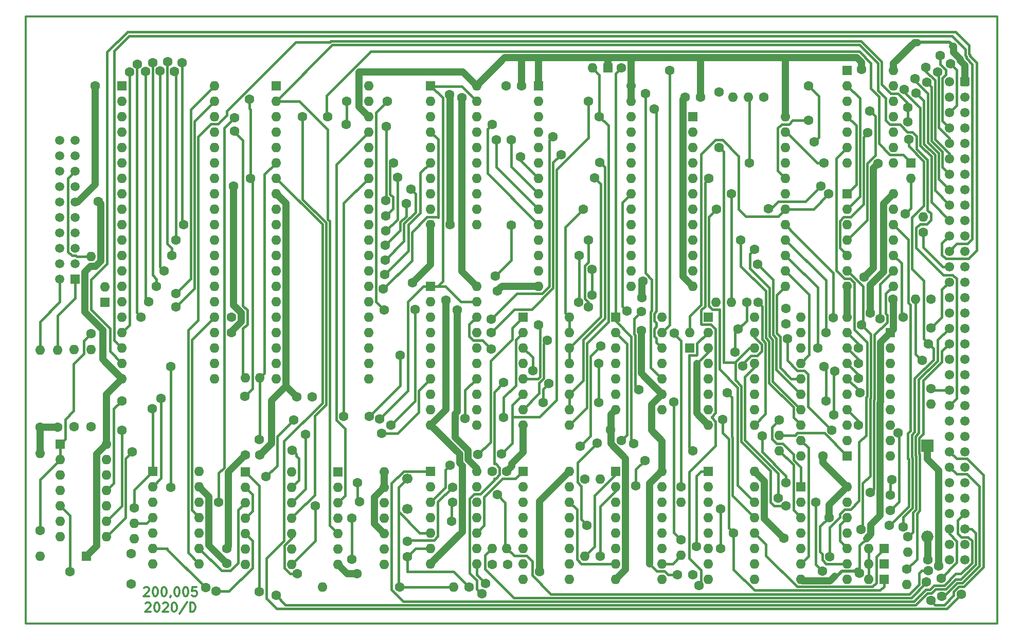
<source format=gbr>
%TF.GenerationSoftware,KiCad,Pcbnew,(5.1.6)-1*%
%TF.CreationDate,2020-09-27T17:15:56+01:00*%
%TF.ProjectId,6502A_CPU,36353032-415f-4435-9055-2e6b69636164,rev?*%
%TF.SameCoordinates,Original*%
%TF.FileFunction,Copper,L1,Top*%
%TF.FilePolarity,Positive*%
%FSLAX46Y46*%
G04 Gerber Fmt 4.6, Leading zero omitted, Abs format (unit mm)*
G04 Created by KiCad (PCBNEW (5.1.6)-1) date 2020-09-27 17:15:56*
%MOMM*%
%LPD*%
G01*
G04 APERTURE LIST*
%TA.AperFunction,NonConductor*%
%ADD10C,0.300000*%
%TD*%
%TA.AperFunction,EtchedComponent*%
%ADD11C,0.380000*%
%TD*%
%TA.AperFunction,ComponentPad*%
%ADD12C,1.600000*%
%TD*%
%TA.AperFunction,ComponentPad*%
%ADD13O,1.600000X1.600000*%
%TD*%
%TA.AperFunction,ComponentPad*%
%ADD14C,1.550000*%
%TD*%
%TA.AperFunction,ComponentPad*%
%ADD15R,2.000000X2.000000*%
%TD*%
%TA.AperFunction,ComponentPad*%
%ADD16O,2.000000X2.000000*%
%TD*%
%TA.AperFunction,ComponentPad*%
%ADD17R,1.600000X1.600000*%
%TD*%
%TA.AperFunction,ComponentPad*%
%ADD18C,1.700000*%
%TD*%
%TA.AperFunction,ComponentPad*%
%ADD19C,1.520000*%
%TD*%
%TA.AperFunction,ComponentPad*%
%ADD20R,1.520000X1.520000*%
%TD*%
%TA.AperFunction,ViaPad*%
%ADD21C,1.600000*%
%TD*%
%TA.AperFunction,Conductor*%
%ADD22C,1.200000*%
%TD*%
%TA.AperFunction,Conductor*%
%ADD23C,0.400000*%
%TD*%
%TA.AperFunction,Conductor*%
%ADD24C,0.500000*%
%TD*%
G04 APERTURE END LIST*
D10*
X120090477Y-158211008D02*
X120161905Y-158139580D01*
X120304762Y-158068151D01*
X120661905Y-158068151D01*
X120804762Y-158139580D01*
X120876191Y-158211008D01*
X120947620Y-158353865D01*
X120947620Y-158496722D01*
X120876191Y-158711008D01*
X120019048Y-159568151D01*
X120947620Y-159568151D01*
X121876191Y-158068151D02*
X122019048Y-158068151D01*
X122161905Y-158139580D01*
X122233334Y-158211008D01*
X122304762Y-158353865D01*
X122376191Y-158639580D01*
X122376191Y-158996722D01*
X122304762Y-159282437D01*
X122233334Y-159425294D01*
X122161905Y-159496722D01*
X122019048Y-159568151D01*
X121876191Y-159568151D01*
X121733334Y-159496722D01*
X121661905Y-159425294D01*
X121590477Y-159282437D01*
X121519048Y-158996722D01*
X121519048Y-158639580D01*
X121590477Y-158353865D01*
X121661905Y-158211008D01*
X121733334Y-158139580D01*
X121876191Y-158068151D01*
X123304762Y-158068151D02*
X123447620Y-158068151D01*
X123590477Y-158139580D01*
X123661905Y-158211008D01*
X123733334Y-158353865D01*
X123804762Y-158639580D01*
X123804762Y-158996722D01*
X123733334Y-159282437D01*
X123661905Y-159425294D01*
X123590477Y-159496722D01*
X123447620Y-159568151D01*
X123304762Y-159568151D01*
X123161905Y-159496722D01*
X123090477Y-159425294D01*
X123019048Y-159282437D01*
X122947620Y-158996722D01*
X122947620Y-158639580D01*
X123019048Y-158353865D01*
X123090477Y-158211008D01*
X123161905Y-158139580D01*
X123304762Y-158068151D01*
X124519048Y-159496722D02*
X124519048Y-159568151D01*
X124447620Y-159711008D01*
X124376191Y-159782437D01*
X125447620Y-158068151D02*
X125590477Y-158068151D01*
X125733334Y-158139580D01*
X125804762Y-158211008D01*
X125876191Y-158353865D01*
X125947620Y-158639580D01*
X125947620Y-158996722D01*
X125876191Y-159282437D01*
X125804762Y-159425294D01*
X125733334Y-159496722D01*
X125590477Y-159568151D01*
X125447620Y-159568151D01*
X125304762Y-159496722D01*
X125233334Y-159425294D01*
X125161905Y-159282437D01*
X125090477Y-158996722D01*
X125090477Y-158639580D01*
X125161905Y-158353865D01*
X125233334Y-158211008D01*
X125304762Y-158139580D01*
X125447620Y-158068151D01*
X126876191Y-158068151D02*
X127019048Y-158068151D01*
X127161905Y-158139580D01*
X127233334Y-158211008D01*
X127304762Y-158353865D01*
X127376191Y-158639580D01*
X127376191Y-158996722D01*
X127304762Y-159282437D01*
X127233334Y-159425294D01*
X127161905Y-159496722D01*
X127019048Y-159568151D01*
X126876191Y-159568151D01*
X126733334Y-159496722D01*
X126661905Y-159425294D01*
X126590477Y-159282437D01*
X126519048Y-158996722D01*
X126519048Y-158639580D01*
X126590477Y-158353865D01*
X126661905Y-158211008D01*
X126733334Y-158139580D01*
X126876191Y-158068151D01*
X128733334Y-158068151D02*
X128019048Y-158068151D01*
X127947620Y-158782437D01*
X128019048Y-158711008D01*
X128161905Y-158639580D01*
X128519048Y-158639580D01*
X128661905Y-158711008D01*
X128733334Y-158782437D01*
X128804762Y-158925294D01*
X128804762Y-159282437D01*
X128733334Y-159425294D01*
X128661905Y-159496722D01*
X128519048Y-159568151D01*
X128161905Y-159568151D01*
X128019048Y-159496722D01*
X127947620Y-159425294D01*
X120340477Y-160761008D02*
X120411905Y-160689580D01*
X120554762Y-160618151D01*
X120911905Y-160618151D01*
X121054762Y-160689580D01*
X121126191Y-160761008D01*
X121197620Y-160903865D01*
X121197620Y-161046722D01*
X121126191Y-161261008D01*
X120269048Y-162118151D01*
X121197620Y-162118151D01*
X122126191Y-160618151D02*
X122269048Y-160618151D01*
X122411905Y-160689580D01*
X122483334Y-160761008D01*
X122554762Y-160903865D01*
X122626191Y-161189580D01*
X122626191Y-161546722D01*
X122554762Y-161832437D01*
X122483334Y-161975294D01*
X122411905Y-162046722D01*
X122269048Y-162118151D01*
X122126191Y-162118151D01*
X121983334Y-162046722D01*
X121911905Y-161975294D01*
X121840477Y-161832437D01*
X121769048Y-161546722D01*
X121769048Y-161189580D01*
X121840477Y-160903865D01*
X121911905Y-160761008D01*
X121983334Y-160689580D01*
X122126191Y-160618151D01*
X123197620Y-160761008D02*
X123269048Y-160689580D01*
X123411905Y-160618151D01*
X123769048Y-160618151D01*
X123911905Y-160689580D01*
X123983334Y-160761008D01*
X124054762Y-160903865D01*
X124054762Y-161046722D01*
X123983334Y-161261008D01*
X123126191Y-162118151D01*
X124054762Y-162118151D01*
X124983334Y-160618151D02*
X125126191Y-160618151D01*
X125269048Y-160689580D01*
X125340477Y-160761008D01*
X125411905Y-160903865D01*
X125483334Y-161189580D01*
X125483334Y-161546722D01*
X125411905Y-161832437D01*
X125340477Y-161975294D01*
X125269048Y-162046722D01*
X125126191Y-162118151D01*
X124983334Y-162118151D01*
X124840477Y-162046722D01*
X124769048Y-161975294D01*
X124697620Y-161832437D01*
X124626191Y-161546722D01*
X124626191Y-161189580D01*
X124697620Y-160903865D01*
X124769048Y-160761008D01*
X124840477Y-160689580D01*
X124983334Y-160618151D01*
X127197620Y-160546722D02*
X125911905Y-162475294D01*
X127697620Y-162118151D02*
X127697620Y-160618151D01*
X128054762Y-160618151D01*
X128269048Y-160689580D01*
X128411905Y-160832437D01*
X128483334Y-160975294D01*
X128554762Y-161261008D01*
X128554762Y-161475294D01*
X128483334Y-161761008D01*
X128411905Y-161903865D01*
X128269048Y-162046722D01*
X128054762Y-162118151D01*
X127697620Y-162118151D01*
D11*
X260584000Y-64084000D02*
X100584000Y-64084000D01*
X260584000Y-164084000D02*
X260584000Y-64084000D01*
X100584000Y-164084000D02*
X260584000Y-164084000D01*
X100584000Y-64084000D02*
X100584000Y-164084000D01*
D12*
X224650620Y-130522780D03*
D13*
X224650620Y-133062780D03*
X224650620Y-135602780D03*
D12*
X118478620Y-145051580D03*
D13*
X118478620Y-147591580D03*
X118478620Y-150131580D03*
D12*
X225793620Y-114723980D03*
X225793620Y-112183980D03*
X147790220Y-126738180D03*
X145250220Y-126738180D03*
X245681820Y-155135380D03*
D13*
X245681820Y-157675380D03*
D14*
X252659200Y-153542800D03*
X252659200Y-151002800D03*
X252659200Y-148462800D03*
X252659200Y-145922800D03*
X252659200Y-143382800D03*
X252659200Y-140842800D03*
X252659200Y-138302800D03*
X252659200Y-135762800D03*
X252659200Y-133222800D03*
X252659200Y-130682800D03*
X252659200Y-128142800D03*
X252659200Y-125602800D03*
X252659200Y-123062800D03*
X252659200Y-120522800D03*
X252659200Y-117982800D03*
X252659200Y-115442800D03*
X252659200Y-112902800D03*
X252659200Y-110362800D03*
X252659200Y-107822800D03*
X252659200Y-105282800D03*
X252659200Y-102742800D03*
X252659200Y-100202800D03*
X252659200Y-97662800D03*
X252659200Y-95122800D03*
X252659200Y-92582800D03*
X252659200Y-90042800D03*
X252659200Y-87502800D03*
X252659200Y-84962800D03*
X252659200Y-82422800D03*
X252659200Y-79882800D03*
X252659200Y-77342800D03*
X252659200Y-74802800D03*
X255199200Y-153542800D03*
X255199200Y-151002800D03*
X255199200Y-148462800D03*
X255199200Y-145922800D03*
X255199200Y-143382800D03*
X255199200Y-140842800D03*
X255199200Y-138302800D03*
X255199200Y-135762800D03*
X255199200Y-133222800D03*
X255199200Y-130682800D03*
X255199200Y-128142800D03*
X255199200Y-125602800D03*
X255199200Y-123062800D03*
X255199200Y-120522800D03*
X255199200Y-117982800D03*
X255199200Y-115442800D03*
X255199200Y-112902800D03*
X255199200Y-110362800D03*
X255199200Y-107822800D03*
X255199200Y-105282800D03*
X255199200Y-102742800D03*
X255199200Y-100202800D03*
X255199200Y-97662800D03*
X255199200Y-95122800D03*
X255199200Y-92582800D03*
X255199200Y-90042800D03*
X255199200Y-87502800D03*
X255199200Y-84962800D03*
X255199200Y-82422800D03*
X255199200Y-79882800D03*
X255199200Y-77342800D03*
%TA.AperFunction,ComponentPad*%
G36*
G01*
X254674199Y-74027800D02*
X255724201Y-74027800D01*
G75*
G02*
X255974200Y-74277799I0J-249999D01*
G01*
X255974200Y-75327801D01*
G75*
G02*
X255724201Y-75577800I-249999J0D01*
G01*
X254674199Y-75577800D01*
G75*
G02*
X254424200Y-75327801I0J249999D01*
G01*
X254424200Y-74277799D01*
G75*
G02*
X254674199Y-74027800I249999J0D01*
G01*
G37*
%TD.AperFunction*%
D12*
X163436620Y-150537980D03*
X163436620Y-153037980D03*
D15*
X249060020Y-134789980D03*
D16*
X249060020Y-149789980D03*
D13*
X243446620Y-93260980D03*
X235826620Y-108500980D03*
X243446620Y-95800980D03*
X235826620Y-105960980D03*
X243446620Y-98340980D03*
X235826620Y-103420980D03*
X243446620Y-100880980D03*
X235826620Y-100880980D03*
X243446620Y-103420980D03*
X235826620Y-98340980D03*
X243446620Y-105960980D03*
X235826620Y-95800980D03*
X243446620Y-108500980D03*
D17*
X235826620Y-93260980D03*
D13*
X129146620Y-138980980D03*
X121526620Y-154220980D03*
X129146620Y-141520980D03*
X121526620Y-151680980D03*
X129146620Y-144060980D03*
X121526620Y-149140980D03*
X129146620Y-146600980D03*
X121526620Y-146600980D03*
X129146620Y-149140980D03*
X121526620Y-144060980D03*
X129146620Y-151680980D03*
X121526620Y-141520980D03*
X129146620Y-154220980D03*
D17*
X121526620Y-138980980D03*
X110604620Y-152950980D03*
D13*
X102984620Y-152950980D03*
X174866620Y-138980980D03*
X167246620Y-154220980D03*
X174866620Y-141520980D03*
X167246620Y-151680980D03*
X174866620Y-144060980D03*
X167246620Y-149140980D03*
X174866620Y-146600980D03*
X167246620Y-146600980D03*
X174866620Y-149140980D03*
X167246620Y-144060980D03*
X174866620Y-151680980D03*
X167246620Y-141520980D03*
X174866620Y-154220980D03*
D17*
X167246620Y-138980980D03*
D13*
X190106620Y-138980980D03*
X182486620Y-156760980D03*
X190106620Y-141520980D03*
X182486620Y-154220980D03*
X190106620Y-144060980D03*
X182486620Y-151680980D03*
X190106620Y-146600980D03*
X182486620Y-149140980D03*
X190106620Y-149140980D03*
X182486620Y-146600980D03*
X190106620Y-151680980D03*
X182486620Y-144060980D03*
X190106620Y-154220980D03*
X182486620Y-141520980D03*
X190106620Y-156760980D03*
D17*
X182486620Y-138980980D03*
D13*
X205346620Y-138980980D03*
X197726620Y-156760980D03*
X205346620Y-141520980D03*
X197726620Y-154220980D03*
X205346620Y-144060980D03*
X197726620Y-151680980D03*
X205346620Y-146600980D03*
X197726620Y-149140980D03*
X205346620Y-149140980D03*
X197726620Y-146600980D03*
X205346620Y-151680980D03*
X197726620Y-144060980D03*
X205346620Y-154220980D03*
X197726620Y-141520980D03*
X205346620Y-156760980D03*
D17*
X197726620Y-138980980D03*
D13*
X220586620Y-138980980D03*
X212966620Y-156760980D03*
X220586620Y-141520980D03*
X212966620Y-154220980D03*
X220586620Y-144060980D03*
X212966620Y-151680980D03*
X220586620Y-146600980D03*
X212966620Y-149140980D03*
X220586620Y-149140980D03*
X212966620Y-146600980D03*
X220586620Y-151680980D03*
X212966620Y-144060980D03*
X220586620Y-154220980D03*
X212966620Y-141520980D03*
X220586620Y-156760980D03*
D17*
X212966620Y-138980980D03*
D13*
X159626620Y-139087860D03*
X152006620Y-154327860D03*
X159626620Y-141627860D03*
X152006620Y-151787860D03*
X159626620Y-144167860D03*
X152006620Y-149247860D03*
X159626620Y-146707860D03*
X152006620Y-146707860D03*
X159626620Y-149247860D03*
X152006620Y-144167860D03*
X159626620Y-151787860D03*
X152006620Y-141627860D03*
X159626620Y-154327860D03*
D17*
X152006620Y-139087860D03*
D13*
X131691380Y-75473560D03*
X116451380Y-123733560D03*
X131691380Y-78013560D03*
X116451380Y-121193560D03*
X131691380Y-80553560D03*
X116451380Y-118653560D03*
X131691380Y-83093560D03*
X116451380Y-116113560D03*
X131691380Y-85633560D03*
X116451380Y-113573560D03*
X131691380Y-88173560D03*
X116451380Y-111033560D03*
X131691380Y-90713560D03*
X116451380Y-108493560D03*
X131691380Y-93253560D03*
X116451380Y-105953560D03*
X131691380Y-95793560D03*
X116451380Y-103413560D03*
X131691380Y-98333560D03*
X116451380Y-100873560D03*
X131691380Y-100873560D03*
X116451380Y-98333560D03*
X131691380Y-103413560D03*
X116451380Y-95793560D03*
X131691380Y-105953560D03*
X116451380Y-93253560D03*
X131691380Y-108493560D03*
X116451380Y-90713560D03*
X131691380Y-111033560D03*
X116451380Y-88173560D03*
X131691380Y-113573560D03*
X116451380Y-85633560D03*
X131691380Y-116113560D03*
X116451380Y-83093560D03*
X131691380Y-118653560D03*
X116451380Y-80553560D03*
X131691380Y-121193560D03*
X116451380Y-78013560D03*
X131691380Y-123733560D03*
D17*
X116451380Y-75473560D03*
D13*
X157091380Y-75473560D03*
X141851380Y-123733560D03*
X157091380Y-78013560D03*
X141851380Y-121193560D03*
X157091380Y-80553560D03*
X141851380Y-118653560D03*
X157091380Y-83093560D03*
X141851380Y-116113560D03*
X157091380Y-85633560D03*
X141851380Y-113573560D03*
X157091380Y-88173560D03*
X141851380Y-111033560D03*
X157091380Y-90713560D03*
X141851380Y-108493560D03*
X157091380Y-93253560D03*
X141851380Y-105953560D03*
X157091380Y-95793560D03*
X141851380Y-103413560D03*
X157091380Y-98333560D03*
X141851380Y-100873560D03*
X157091380Y-100873560D03*
X141851380Y-98333560D03*
X157091380Y-103413560D03*
X141851380Y-95793560D03*
X157091380Y-105953560D03*
X141851380Y-93253560D03*
X157091380Y-108493560D03*
X141851380Y-90713560D03*
X157091380Y-111033560D03*
X141851380Y-88173560D03*
X157091380Y-113573560D03*
X141851380Y-85633560D03*
X157091380Y-116113560D03*
X141851380Y-83093560D03*
X157091380Y-118653560D03*
X141851380Y-80553560D03*
X157091380Y-121193560D03*
X141851380Y-78013560D03*
X157091380Y-123733560D03*
D17*
X141851380Y-75473560D03*
D13*
X174871380Y-75473560D03*
X167251380Y-98333560D03*
X174871380Y-78013560D03*
X167251380Y-95793560D03*
X174871380Y-80553560D03*
X167251380Y-93253560D03*
X174871380Y-83093560D03*
X167251380Y-90713560D03*
X174871380Y-85633560D03*
X167251380Y-88173560D03*
X174871380Y-88173560D03*
X167251380Y-85633560D03*
X174871380Y-90713560D03*
X167251380Y-83093560D03*
X174871380Y-93253560D03*
X167251380Y-80553560D03*
X174871380Y-95793560D03*
X167251380Y-78013560D03*
X174871380Y-98333560D03*
D17*
X167251380Y-75473560D03*
D13*
X174866620Y-108500980D03*
X167246620Y-131360980D03*
X174866620Y-111040980D03*
X167246620Y-128820980D03*
X174866620Y-113580980D03*
X167246620Y-126280980D03*
X174866620Y-116120980D03*
X167246620Y-123740980D03*
X174866620Y-118660980D03*
X167246620Y-121200980D03*
X174866620Y-121200980D03*
X167246620Y-118660980D03*
X174866620Y-123740980D03*
X167246620Y-116120980D03*
X174866620Y-126280980D03*
X167246620Y-113580980D03*
X174866620Y-128820980D03*
X167246620Y-111040980D03*
X174866620Y-131360980D03*
D17*
X167246620Y-108500980D03*
D13*
X228206620Y-136440980D03*
X235826620Y-113580980D03*
X228206620Y-133900980D03*
X235826620Y-116120980D03*
X228206620Y-131360980D03*
X235826620Y-118660980D03*
X228206620Y-128820980D03*
X235826620Y-121200980D03*
X228206620Y-126280980D03*
X235826620Y-123740980D03*
X228206620Y-123740980D03*
X235826620Y-126280980D03*
X228206620Y-121200980D03*
X235826620Y-128820980D03*
X228206620Y-118660980D03*
X235826620Y-131360980D03*
X228206620Y-116120980D03*
X235826620Y-133900980D03*
X228206620Y-113580980D03*
D17*
X235826620Y-136440980D03*
D13*
X225671380Y-80553560D03*
X210431380Y-108493560D03*
X225671380Y-83093560D03*
X210431380Y-105953560D03*
X225671380Y-85633560D03*
X210431380Y-103413560D03*
X225671380Y-88173560D03*
X210431380Y-100873560D03*
X225671380Y-90713560D03*
X210431380Y-98333560D03*
X225671380Y-93253560D03*
X210431380Y-95793560D03*
X225671380Y-95793560D03*
X210431380Y-93253560D03*
X225671380Y-98333560D03*
X210431380Y-90713560D03*
X225671380Y-100873560D03*
X210431380Y-88173560D03*
X225671380Y-103413560D03*
X210431380Y-85633560D03*
X225671380Y-105953560D03*
X210431380Y-83093560D03*
X225671380Y-108493560D03*
D17*
X210431380Y-80553560D03*
D13*
X243451380Y-72933560D03*
X235831380Y-88173560D03*
X243451380Y-75473560D03*
X235831380Y-85633560D03*
X243451380Y-78013560D03*
X235831380Y-83093560D03*
X243451380Y-80553560D03*
X235831380Y-80553560D03*
X243451380Y-83093560D03*
X235831380Y-78013560D03*
X243451380Y-85633560D03*
X235831380Y-75473560D03*
X243451380Y-88173560D03*
D17*
X235831380Y-72933560D03*
D13*
X235826620Y-141520980D03*
X228206620Y-156760980D03*
X235826620Y-144060980D03*
X228206620Y-154220980D03*
X235826620Y-146600980D03*
X228206620Y-151680980D03*
X235826620Y-149140980D03*
X228206620Y-149140980D03*
X235826620Y-151680980D03*
X228206620Y-146600980D03*
X235826620Y-154220980D03*
X228206620Y-144060980D03*
X235826620Y-156760980D03*
D17*
X228206620Y-141520980D03*
D13*
X144386620Y-139087860D03*
X136766620Y-154327860D03*
X144386620Y-141627860D03*
X136766620Y-151787860D03*
X144386620Y-144167860D03*
X136766620Y-149247860D03*
X144386620Y-146707860D03*
X136766620Y-146707860D03*
X144386620Y-149247860D03*
X136766620Y-144167860D03*
X144386620Y-151787860D03*
X136766620Y-141627860D03*
X144386620Y-154327860D03*
D17*
X136766620Y-139087860D03*
D13*
X113906620Y-134535980D03*
X106286620Y-149775980D03*
X113906620Y-137075980D03*
X106286620Y-147235980D03*
X113906620Y-139615980D03*
X106286620Y-144695980D03*
X113906620Y-142155980D03*
X106286620Y-142155980D03*
X113906620Y-144695980D03*
X106286620Y-139615980D03*
X113906620Y-147235980D03*
X106286620Y-137075980D03*
X113906620Y-149775980D03*
D17*
X106286620Y-134535980D03*
D13*
X220586620Y-113580980D03*
X212966620Y-131360980D03*
X220586620Y-116120980D03*
X212966620Y-128820980D03*
X220586620Y-118660980D03*
X212966620Y-126280980D03*
X220586620Y-121200980D03*
X212966620Y-123740980D03*
X220586620Y-123740980D03*
X212966620Y-121200980D03*
X220586620Y-126280980D03*
X212966620Y-118660980D03*
X220586620Y-128820980D03*
X212966620Y-116120980D03*
X220586620Y-131360980D03*
D17*
X212966620Y-113580980D03*
D13*
X190106620Y-113580980D03*
X182486620Y-131360980D03*
X190106620Y-116120980D03*
X182486620Y-128820980D03*
X190106620Y-118660980D03*
X182486620Y-126280980D03*
X190106620Y-121200980D03*
X182486620Y-123740980D03*
X190106620Y-123740980D03*
X182486620Y-121200980D03*
X190106620Y-126280980D03*
X182486620Y-118660980D03*
X190106620Y-128820980D03*
X182486620Y-116120980D03*
X190106620Y-131360980D03*
D17*
X182486620Y-113580980D03*
X242938620Y-116146380D03*
D13*
X242938620Y-118686380D03*
X242938620Y-121226380D03*
X242938620Y-123766380D03*
X242938620Y-126306380D03*
X242938620Y-128846380D03*
X242938620Y-131386380D03*
X242938620Y-133926380D03*
X242938620Y-136466380D03*
X205346620Y-113580980D03*
X197726620Y-128820980D03*
X205346620Y-116120980D03*
X197726620Y-126280980D03*
X205346620Y-118660980D03*
X197726620Y-123740980D03*
X205346620Y-121200980D03*
X197726620Y-121200980D03*
X205346620Y-123740980D03*
X197726620Y-118660980D03*
X205346620Y-126280980D03*
X197726620Y-116120980D03*
X205346620Y-128820980D03*
D17*
X197726620Y-113580980D03*
D13*
X200271380Y-75473560D03*
X185031380Y-108493560D03*
X200271380Y-78013560D03*
X185031380Y-105953560D03*
X200271380Y-80553560D03*
X185031380Y-103413560D03*
X200271380Y-83093560D03*
X185031380Y-100873560D03*
X200271380Y-85633560D03*
X185031380Y-98333560D03*
X200271380Y-88173560D03*
X185031380Y-95793560D03*
X200271380Y-90713560D03*
X185031380Y-93253560D03*
X200271380Y-93253560D03*
X185031380Y-90713560D03*
X200271380Y-95793560D03*
X185031380Y-88173560D03*
X200271380Y-98333560D03*
X185031380Y-85633560D03*
X200271380Y-100873560D03*
X185031380Y-83093560D03*
X200271380Y-103413560D03*
X185031380Y-80553560D03*
X200271380Y-105953560D03*
X185031380Y-78013560D03*
X200271380Y-108493560D03*
D17*
X185031380Y-75473560D03*
D12*
X117945220Y-152544580D03*
X117945220Y-157544580D03*
X173596620Y-158030980D03*
D13*
X171056620Y-158030980D03*
D12*
X245859620Y-149775980D03*
D13*
X245859620Y-152315980D03*
D12*
X105905620Y-131741980D03*
D13*
X105905620Y-119041980D03*
D12*
X102984620Y-131741980D03*
D13*
X102984620Y-119041980D03*
D12*
X111341220Y-116298780D03*
D13*
X111341220Y-103598780D03*
D12*
X102984620Y-148759980D03*
D13*
X102984620Y-136059980D03*
D12*
X139179620Y-136313980D03*
D13*
X139179620Y-123613980D03*
D12*
X136766620Y-136313980D03*
D13*
X136766620Y-123613980D03*
D12*
X177406620Y-138980980D03*
D13*
X177406620Y-151680980D03*
D12*
X179819620Y-138980980D03*
D13*
X179819620Y-151680980D03*
D12*
X195186620Y-152950980D03*
D13*
X195186620Y-140250980D03*
D12*
X111366620Y-131614980D03*
D13*
X111366620Y-118914980D03*
D12*
X108572620Y-131614980D03*
D13*
X108572620Y-118914980D03*
D12*
X162166620Y-158030980D03*
D13*
X149466620Y-158030980D03*
D12*
X192646620Y-140250980D03*
D13*
X192646620Y-152950980D03*
D18*
X163411220Y-140225580D03*
X163411220Y-145225580D03*
D12*
X182232620Y-75480980D03*
X179732620Y-75480980D03*
X211696620Y-77385980D03*
X209196620Y-77385980D03*
X133718620Y-151680980D03*
X133718620Y-154180980D03*
X134480620Y-116120980D03*
X134480620Y-113620980D03*
D17*
X241922620Y-156760980D03*
D13*
X239382620Y-156760980D03*
D17*
X196456620Y-72559980D03*
D13*
X193916620Y-72559980D03*
D17*
X209918620Y-118660980D03*
D13*
X209918620Y-116120980D03*
D17*
X246367620Y-88180980D03*
D13*
X246367620Y-90720980D03*
D17*
X113627220Y-111167980D03*
D13*
X113627220Y-108627980D03*
D12*
X179946620Y-154347980D03*
X177446620Y-154347980D03*
X219316620Y-111167980D03*
D13*
X216776620Y-111167980D03*
X214236620Y-111167980D03*
D12*
X222110620Y-77385980D03*
D13*
X219570620Y-77385980D03*
X217030620Y-77385980D03*
D12*
X208521620Y-150283980D03*
D13*
X208521620Y-152823980D03*
D12*
X208521620Y-141520980D03*
D13*
X208521620Y-144060980D03*
D12*
X248399620Y-99610980D03*
D13*
X248399620Y-97070980D03*
D12*
X249669620Y-110659980D03*
D13*
X247129620Y-110659980D03*
D12*
X249669620Y-125391980D03*
D13*
X249669620Y-127931980D03*
D19*
X106235820Y-84472580D03*
X108775820Y-84472580D03*
X106235820Y-87012580D03*
X108775820Y-87012580D03*
X106235820Y-89552580D03*
X108775820Y-89552580D03*
X106235820Y-92092580D03*
X108775820Y-92092580D03*
X106235820Y-94632580D03*
X108775820Y-94632580D03*
X106235820Y-97172580D03*
X108775820Y-97172580D03*
X106235820Y-99712580D03*
X108775820Y-99712580D03*
X106235820Y-102252580D03*
X108775820Y-102252580D03*
X106235820Y-104792580D03*
X108775820Y-104792580D03*
X106235820Y-107332580D03*
D20*
X108775820Y-107332580D03*
D17*
X241922620Y-151680980D03*
D13*
X239382620Y-151680980D03*
D17*
X241922620Y-154220980D03*
D13*
X239382620Y-154220980D03*
D12*
X210426620Y-155998980D03*
X207886620Y-155998980D03*
D21*
X112541222Y-94530980D03*
X134861620Y-91990980D03*
X225412620Y-150029980D03*
X238231393Y-72763180D03*
X185179020Y-155541780D03*
X201943020Y-115816180D03*
X172428220Y-77462180D03*
X171691620Y-112412580D03*
X239675061Y-112946529D03*
X250903582Y-154576270D03*
X231889620Y-136440970D03*
X232854820Y-146600980D03*
X225986676Y-117167600D03*
X233322349Y-132239651D03*
X112009040Y-75473560D03*
X155181620Y-155871980D03*
X202225813Y-107697367D03*
X202077698Y-110397377D03*
X237843504Y-155749863D03*
X196888420Y-132122980D03*
X240906620Y-88270979D03*
X238646020Y-107027780D03*
X243395820Y-110609180D03*
X164300220Y-107916780D03*
X178295620Y-109288380D03*
X170478620Y-98391780D03*
X170366829Y-76995030D03*
X169761220Y-110837780D03*
X249159983Y-153539332D03*
X170878821Y-141597180D03*
X170878820Y-144086380D03*
X170701020Y-147261380D03*
X211010820Y-151350780D03*
X201054020Y-141368580D03*
X170446631Y-137971190D03*
X202552620Y-137209190D03*
X249593420Y-160266180D03*
X248881831Y-157194501D03*
X155257820Y-140860580D03*
X155560249Y-144007809D03*
X107889748Y-155538852D03*
X176283793Y-157466032D03*
X242811620Y-147918004D03*
X214998620Y-151680980D03*
X214998620Y-145203980D03*
X217157620Y-149140980D03*
X215354220Y-130421180D03*
X231510756Y-92029109D03*
X222898020Y-95750180D03*
X214286621Y-95870980D03*
X248168656Y-120716016D03*
X216090820Y-126052380D03*
X121425020Y-128693980D03*
X158901876Y-130337893D03*
X178244820Y-142860978D03*
X249212420Y-155338580D03*
X251438244Y-159592239D03*
X242937171Y-145417992D03*
X244224211Y-132666500D03*
X154292620Y-146727980D03*
X154292620Y-153458980D03*
X145284727Y-155887799D03*
X148272820Y-144645180D03*
X238138020Y-148582180D03*
X238239620Y-114901780D03*
X239249410Y-83246614D03*
X201508471Y-125544380D03*
X201968420Y-112641180D03*
X245027859Y-113631780D03*
X239585820Y-79646580D03*
X241224812Y-113903585D03*
X221218777Y-111193380D03*
X239611220Y-142511580D03*
X125309201Y-109743561D03*
X125340413Y-111943342D03*
X177406620Y-81830980D03*
X178110236Y-84439596D03*
X117685020Y-73261289D03*
X252823242Y-71844758D03*
X180581620Y-84370980D03*
X119621620Y-113573561D03*
X119012020Y-71924980D03*
X251117420Y-70553380D03*
X182100511Y-87159871D03*
X120884200Y-111033560D03*
X120310017Y-73172075D03*
X250698286Y-73240890D03*
X229476620Y-75480980D03*
X230399077Y-84763544D03*
X137585620Y-90771780D03*
X137427020Y-77716180D03*
X116421220Y-127398580D03*
X136690420Y-126630370D03*
X122161620Y-108493561D03*
X121510027Y-71721780D03*
X248816784Y-72437372D03*
X218300620Y-100880980D03*
X123424200Y-105953560D03*
X122727457Y-73047641D03*
X248919135Y-74934812D03*
X220586620Y-102404980D03*
X124701620Y-103420980D03*
X123952032Y-71517407D03*
X246977220Y-74337980D03*
X221124141Y-104904992D03*
X125329200Y-100873560D03*
X125127469Y-73120584D03*
X247177016Y-76665769D03*
X126352044Y-71737742D03*
X126584599Y-98340980D03*
X245266083Y-76074517D03*
X193843799Y-105725588D03*
X193843799Y-109988003D03*
X191757620Y-103420980D03*
X231000620Y-118660980D03*
X191604121Y-111163253D03*
X193281620Y-100880980D03*
X193281620Y-111929980D03*
X232321420Y-116171780D03*
X180581620Y-98467980D03*
X177914620Y-106849980D03*
X233540620Y-113707980D03*
X245046704Y-148170001D03*
X124473020Y-141647980D03*
X124498422Y-121734380D03*
X249237820Y-118007801D03*
X139046410Y-158788214D03*
X141847174Y-159449192D03*
X245986618Y-84320180D03*
X233667620Y-129684580D03*
X233831243Y-122462055D03*
X134988620Y-82973980D03*
X221856620Y-133138980D03*
X242938620Y-142917980D03*
X225793651Y-140836120D03*
X243186410Y-140341012D03*
X134963220Y-80789580D03*
X153429020Y-78046380D03*
X153403620Y-81830980D03*
X132398010Y-144060980D03*
X160139389Y-78063561D03*
X159626620Y-112406370D03*
X159491391Y-108978884D03*
X122923620Y-126966780D03*
X152946420Y-129960601D03*
X159708884Y-106578872D03*
X163995420Y-92492780D03*
X159766448Y-104178860D03*
X163249949Y-94892790D03*
X159829820Y-101778848D03*
X161791820Y-90573561D03*
X159906020Y-99378837D03*
X159906020Y-96918580D03*
X161156830Y-88173561D03*
X159880620Y-94403980D03*
X159982220Y-82186580D03*
X254643736Y-159245904D03*
X251281544Y-156592107D03*
X139052620Y-133773980D03*
X193027620Y-147870980D03*
X194678620Y-134332780D03*
X210426620Y-135597001D03*
X193281620Y-78020980D03*
X178936830Y-136136180D03*
X164706620Y-112310980D03*
X177279618Y-118874992D03*
X116446620Y-132249980D03*
X202654220Y-76750980D03*
X160747585Y-131399360D03*
X224486642Y-143425980D03*
X194958020Y-127627180D03*
X199631620Y-112615780D03*
X194958020Y-121250981D03*
X217363184Y-119349144D03*
X217894222Y-115587580D03*
X159194820Y-132737905D03*
X146698870Y-132925580D03*
X204076614Y-79290980D03*
X162217420Y-119854780D03*
X140195618Y-139895380D03*
X144742220Y-130560612D03*
X157141849Y-129960601D03*
X214752040Y-85633560D03*
X188725013Y-86855800D03*
X177281147Y-116120980D03*
X225745715Y-144712352D03*
X206616620Y-72940980D03*
X198665009Y-133894413D03*
X186480630Y-117390980D03*
X172936220Y-130294180D03*
X232016620Y-88180980D03*
X187439620Y-83862980D03*
X177279400Y-113979957D03*
X185046619Y-114870979D03*
X185763220Y-127677980D03*
X198671380Y-72534580D03*
X200698420Y-134459780D03*
X186761033Y-124500138D03*
X195059620Y-80553561D03*
X195110420Y-88104780D03*
X194271460Y-90703050D03*
X192400040Y-95793560D03*
X237731620Y-118660980D03*
X237731620Y-121200980D03*
X237731620Y-123692833D03*
X237919756Y-126092844D03*
X237731620Y-131360980D03*
X219705040Y-88173560D03*
X229476620Y-81195980D03*
X179311620Y-124375980D03*
X213093620Y-90753559D03*
X130213420Y-158138780D03*
X175679420Y-159161548D03*
X211471294Y-157790915D03*
X216776620Y-93253559D03*
X232823210Y-93260980D03*
X245402751Y-96594776D03*
X131935632Y-158773780D03*
X232948455Y-153032412D03*
X214744620Y-76547970D03*
X245834220Y-79036980D03*
X245859620Y-81449980D03*
X230656621Y-144060980D03*
X231734848Y-155412293D03*
X195313620Y-118330780D03*
X144488220Y-135520380D03*
X191910020Y-134869559D03*
X150330220Y-80630980D03*
X146190020Y-80586380D03*
X118148420Y-135755180D03*
X175069820Y-136212380D03*
X184080620Y-122394780D03*
X179311620Y-130116380D03*
X218656220Y-121632780D03*
X249669620Y-115377801D03*
X207321620Y-127576380D03*
X232346820Y-127373180D03*
X231991220Y-121734380D03*
X207378620Y-116247980D03*
D22*
X116451380Y-123733560D02*
X113293619Y-120575799D01*
X113293619Y-115722918D02*
X110316609Y-112745908D01*
X110316609Y-112745908D02*
X110316609Y-108751793D01*
X110335821Y-106141840D02*
X111278880Y-105198781D01*
X110335821Y-108732581D02*
X110335821Y-106141840D01*
X112109221Y-105198781D02*
X112941221Y-104366781D01*
X112941221Y-94930979D02*
X112541222Y-94530980D01*
X111278880Y-105198781D02*
X112109221Y-105198781D01*
X110316609Y-108751793D02*
X110335821Y-108732581D01*
X113293619Y-120575799D02*
X113293619Y-115722918D01*
X112941221Y-104366781D02*
X112941221Y-94930979D01*
X225671380Y-70913740D02*
X225628619Y-70870979D01*
X225671380Y-80553560D02*
X225671380Y-70913740D01*
X211696620Y-70959978D02*
X211785619Y-70870979D01*
X211696620Y-77385980D02*
X211696620Y-70959978D01*
X225628619Y-70870979D02*
X211785619Y-70870979D01*
X179473961Y-70870979D02*
X174871380Y-75473560D01*
X182232620Y-71035980D02*
X182067619Y-70870979D01*
X182232620Y-75480980D02*
X182232620Y-71035980D01*
X182067619Y-70870979D02*
X179473961Y-70870979D01*
X200271380Y-71031220D02*
X200431621Y-70870979D01*
X200271380Y-75473560D02*
X200271380Y-71031220D01*
X211785619Y-70870979D02*
X200431621Y-70870979D01*
X185031380Y-70955218D02*
X185115619Y-70870979D01*
X185031380Y-75473560D02*
X185031380Y-70955218D01*
X185115619Y-70870979D02*
X182067619Y-70870979D01*
X200271380Y-78013560D02*
X200271380Y-75473560D01*
X196456620Y-72559980D02*
X196456620Y-70908980D01*
X200431621Y-70870979D02*
X196418619Y-70870979D01*
X196456620Y-70908980D02*
X196418619Y-70870979D01*
X196418619Y-70870979D02*
X185115619Y-70870979D01*
X220586620Y-138980980D02*
X222186621Y-140580981D01*
X222186621Y-140580981D02*
X222186621Y-146803981D01*
X222186621Y-146803981D02*
X225412620Y-150029980D01*
X106032620Y-131614980D02*
X105905620Y-131741980D01*
X105905620Y-131741980D02*
X102984620Y-131741980D01*
X102984620Y-131741980D02*
X102984620Y-136059980D01*
X113906620Y-126278320D02*
X113906620Y-134535980D01*
X116451380Y-123733560D02*
X113906620Y-126278320D01*
X113906620Y-134535980D02*
X113906620Y-134154980D01*
X112306619Y-151248981D02*
X110604620Y-152950980D01*
X112306619Y-136135981D02*
X112306619Y-151248981D01*
X113906620Y-134535980D02*
X112306619Y-136135981D01*
X253378020Y-69003980D02*
X253225620Y-69003980D01*
X136080621Y-114388981D02*
X134480620Y-115988982D01*
X134480620Y-115988982D02*
X134480620Y-116120980D01*
X134861620Y-111633978D02*
X136080621Y-112852979D01*
X136080621Y-112852979D02*
X136080621Y-114388981D01*
X134861620Y-91990980D02*
X134861620Y-111633978D01*
X205346620Y-134002580D02*
X205346620Y-138980980D01*
X203619420Y-132275380D02*
X205346620Y-134002580D01*
X205346620Y-126280980D02*
X203619420Y-128008180D01*
X203619420Y-128008180D02*
X203619420Y-132275380D01*
X237470562Y-70870979D02*
X238231393Y-71631810D01*
X238231393Y-71631810D02*
X238231393Y-72763180D01*
X225628619Y-70870979D02*
X237470562Y-70870979D01*
X143451381Y-124943617D02*
X143451381Y-94853561D01*
X143451381Y-94853561D02*
X141851380Y-93253560D01*
X141049810Y-127345188D02*
X143451381Y-124943617D01*
X141049810Y-134443790D02*
X141049810Y-127345188D01*
X139179620Y-136313980D02*
X141049810Y-134443790D01*
X159626620Y-139087860D02*
X159626620Y-141627860D01*
X158026619Y-147647859D02*
X159626620Y-149247860D01*
X158026619Y-143227861D02*
X158026619Y-147647859D01*
X159626620Y-141627860D02*
X158026619Y-143227861D01*
X185179020Y-143908580D02*
X190106620Y-138980980D01*
X185179020Y-155541780D02*
X185179020Y-143908580D01*
D23*
X205759221Y-155420981D02*
X204514621Y-155420981D01*
X207886620Y-155998980D02*
X206337220Y-155998980D01*
X206337220Y-155998980D02*
X205759221Y-155420981D01*
X204514621Y-155420981D02*
X203340020Y-154246380D01*
D22*
X203340020Y-140987580D02*
X205346620Y-138980980D01*
X203340020Y-154246380D02*
X203340020Y-140987580D01*
X246890873Y-68362697D02*
X247389903Y-68362697D01*
X243451380Y-71802190D02*
X246890873Y-68362697D01*
X243451380Y-72933560D02*
X243451380Y-71802190D01*
X180619619Y-138180981D02*
X180619619Y-137749181D01*
X179819620Y-138980980D02*
X180619619Y-138180981D01*
X182486620Y-135882180D02*
X182486620Y-131360980D01*
X180619619Y-137749181D02*
X182486620Y-135882180D01*
X155491379Y-78953559D02*
X155491379Y-73190021D01*
X157091380Y-80553560D02*
X155491379Y-78953559D01*
X155491379Y-73190021D02*
X155521738Y-73220380D01*
X172618200Y-73220380D02*
X174871380Y-75473560D01*
X201943020Y-122877380D02*
X201943020Y-115816180D01*
X205346620Y-126280980D02*
X201943020Y-122877380D01*
X172428220Y-106062580D02*
X172428220Y-77462180D01*
X174866620Y-108500980D02*
X172428220Y-106062580D01*
X241846619Y-94860981D02*
X241846619Y-106146755D01*
X243446620Y-93260980D02*
X241846619Y-94860981D01*
X241846619Y-106146755D02*
X239675061Y-108318313D01*
X239675061Y-108318313D02*
X239675061Y-112946529D01*
X133998020Y-151401580D02*
X133718620Y-151680980D01*
X136766620Y-136313980D02*
X133998020Y-139082580D01*
X133998020Y-139082580D02*
X133998020Y-151401580D01*
X171336219Y-133418579D02*
X173446643Y-135529003D01*
X171691620Y-112412580D02*
X171691620Y-129170778D01*
X171691620Y-129170778D02*
X171336219Y-129526179D01*
X174866620Y-138523780D02*
X174866620Y-138980980D01*
X171336219Y-129526179D02*
X171336219Y-133418579D01*
X173446643Y-137103803D02*
X174866620Y-138523780D01*
X173446643Y-135529003D02*
X173446643Y-137103803D01*
X249060020Y-134789980D02*
X249060020Y-136989980D01*
X250903582Y-138833542D02*
X250903582Y-154576270D01*
X249060020Y-136989980D02*
X250903582Y-138833542D01*
X254448643Y-71396016D02*
X254448643Y-71102157D01*
X254448643Y-71102157D02*
X253378020Y-70031534D01*
X255199200Y-74802800D02*
X255199200Y-72146573D01*
X255199200Y-72146573D02*
X254448643Y-71396016D01*
X253378020Y-70031534D02*
X253378020Y-69003980D01*
D24*
X247409020Y-68343580D02*
X247389903Y-68362697D01*
X253378020Y-69003980D02*
X252717620Y-68343580D01*
X252717620Y-68343580D02*
X247409020Y-68343580D01*
D22*
X155521738Y-73220380D02*
X172618200Y-73220380D01*
X143455657Y-124943617D02*
X143451381Y-124943617D01*
X145250220Y-126738180D02*
X143455657Y-124943617D01*
X231889620Y-137583980D02*
X231889620Y-136440970D01*
X235826620Y-141520980D02*
X231889620Y-137583980D01*
X232854820Y-144492780D02*
X232854820Y-146600980D01*
X235826620Y-141520980D02*
X232854820Y-144492780D01*
D23*
X231350019Y-148105781D02*
X232854820Y-146600980D01*
X231350019Y-152208179D02*
X231350019Y-148105781D01*
X232372454Y-154232413D02*
X231748454Y-153608413D01*
X233524456Y-154232413D02*
X232372454Y-154232413D01*
X233535889Y-154220980D02*
X233524456Y-154232413D01*
X231748454Y-153608413D02*
X231748454Y-152606614D01*
X231748454Y-152606614D02*
X231350019Y-152208179D01*
X235826620Y-154220980D02*
X233535889Y-154220980D01*
X229406621Y-128323923D02*
X233322349Y-132239651D01*
X225986676Y-117167600D02*
X225986676Y-120757038D01*
X229406621Y-123024981D02*
X229406621Y-128323923D01*
X227630619Y-122400981D02*
X228782621Y-122400981D01*
X225986676Y-120757038D02*
X227630619Y-122400981D01*
X228782621Y-122400981D02*
X229406621Y-123024981D01*
D22*
X112009040Y-91760162D02*
X109136622Y-94632580D01*
X109136622Y-94632580D02*
X108775820Y-94632580D01*
X112009040Y-75473560D02*
X112009040Y-91760162D01*
X153550740Y-155871980D02*
X152006620Y-154327860D01*
X155181620Y-155871980D02*
X153550740Y-155871980D01*
X202077698Y-107845482D02*
X202225813Y-107697367D01*
X202077698Y-110397377D02*
X202077698Y-107845482D01*
D24*
X234957619Y-155470981D02*
X233794620Y-156633980D01*
D22*
X237843504Y-155749863D02*
X237564622Y-155470981D01*
D24*
X237564622Y-155470981D02*
X234957619Y-155470981D01*
D22*
X197726620Y-128820980D02*
X196926621Y-129620979D01*
X196926621Y-134478385D02*
X199326621Y-136878385D01*
X199326621Y-155160979D02*
X197726620Y-156760980D01*
X199326621Y-136878385D02*
X199326621Y-155160979D01*
X196926621Y-132161181D02*
X196888420Y-132122980D01*
X196926621Y-132287979D02*
X196926621Y-132161181D01*
X196926621Y-132287979D02*
X196926621Y-134478385D01*
X196926621Y-129620979D02*
X196926621Y-132287979D01*
X242938620Y-116146380D02*
X242964020Y-116146380D01*
X235826620Y-113580980D02*
X235826620Y-108500980D01*
X240119040Y-105554760D02*
X238646020Y-107027780D01*
X240119040Y-89058559D02*
X240119040Y-105554760D01*
X240906620Y-88270979D02*
X240119040Y-89058559D01*
D23*
X237843504Y-151244698D02*
X237843504Y-155749863D01*
X239007223Y-150080979D02*
X237843504Y-151244698D01*
D22*
X212966620Y-131360980D02*
X211087020Y-129481380D01*
X211087020Y-129481380D02*
X211087020Y-121226380D01*
D23*
X212966620Y-119346780D02*
X212966620Y-118660980D01*
X211087020Y-121226380D02*
X212966620Y-119346780D01*
D22*
X167251380Y-98333560D02*
X167251380Y-104965620D01*
X167251380Y-104965620D02*
X164300220Y-107916780D01*
X185031380Y-108493560D02*
X179039640Y-108493560D01*
X179039640Y-108493560D02*
X178295620Y-109237580D01*
X178295620Y-109237580D02*
X178295620Y-109288380D01*
X170478620Y-98391780D02*
X170478620Y-77106821D01*
X170478620Y-77106821D02*
X170366829Y-76995030D01*
X169761220Y-128846380D02*
X167246620Y-131360980D01*
X169761220Y-110837780D02*
X169761220Y-128846380D01*
X208831379Y-77751221D02*
X209196620Y-77385980D01*
X208831379Y-106893559D02*
X208831379Y-77751221D01*
X210431380Y-108493560D02*
X208831379Y-106893559D01*
X130746621Y-143120981D02*
X130746621Y-151208981D01*
X130746621Y-151208981D02*
X133718620Y-154180980D01*
X129146620Y-141520980D02*
X130746621Y-143120981D01*
X167246620Y-154220980D02*
X168376920Y-153090680D01*
X168376920Y-153090680D02*
X168846621Y-152620979D01*
X243427849Y-115657151D02*
X243427849Y-110641209D01*
X242938620Y-116146380D02*
X243427849Y-115657151D01*
X243427849Y-110641209D02*
X243395820Y-110609180D01*
X172046632Y-137683706D02*
X172478821Y-138115895D01*
X172478821Y-148988779D02*
X168376920Y-153090680D01*
X167246620Y-131360980D02*
X172046632Y-136160992D01*
X172478821Y-138115895D02*
X172478821Y-148988779D01*
X172046632Y-136160992D02*
X172046632Y-137683706D01*
X249161620Y-153537695D02*
X249159983Y-153539332D01*
X249161620Y-149535980D02*
X249161620Y-153537695D01*
X241246231Y-127653688D02*
X241246230Y-146305970D01*
X242938620Y-116146380D02*
X241319791Y-117765209D01*
X239738021Y-149350181D02*
X239007223Y-150080979D01*
X241246230Y-146305970D02*
X239738021Y-147814179D01*
X241319791Y-127580128D02*
X241246231Y-127653688D01*
X241319791Y-117765209D02*
X241319791Y-127580128D01*
X239738021Y-147814179D02*
X239738021Y-149350181D01*
X228457943Y-157012303D02*
X233035297Y-157012303D01*
X233035297Y-157012303D02*
X233794620Y-156252980D01*
X228206620Y-156760980D02*
X228457943Y-157012303D01*
D23*
X102984620Y-140377980D02*
X106286620Y-137075980D01*
X102984620Y-148759980D02*
X102984620Y-140377980D01*
X106286620Y-137075980D02*
X106286620Y-134535980D01*
X110166619Y-117473381D02*
X110166619Y-119632381D01*
X111341220Y-116298780D02*
X110166619Y-117473381D01*
X110166619Y-119632381D02*
X108496420Y-121302580D01*
X108496420Y-121302580D02*
X108496420Y-129049580D01*
X107105621Y-133716979D02*
X106286620Y-134535980D01*
X107105621Y-130440379D02*
X107105621Y-133716979D01*
X108496420Y-129049580D02*
X107105621Y-130440379D01*
X163436620Y-150537980D02*
X163524376Y-150450224D01*
X163633619Y-150340981D02*
X167822621Y-150340981D01*
X168446621Y-149716981D02*
X168446621Y-144029379D01*
X163436620Y-150537980D02*
X163633619Y-150340981D01*
X167822621Y-150340981D02*
X168446621Y-149716981D01*
X168446621Y-144029379D02*
X170878821Y-141597180D01*
X163436620Y-153037980D02*
X163436620Y-155516380D01*
X171082020Y-155516380D02*
X173596620Y-158030980D01*
X163436620Y-155516380D02*
X171082020Y-155516380D01*
X164793620Y-151680980D02*
X163436620Y-153037980D01*
X167246620Y-151680980D02*
X164793620Y-151680980D01*
X197726620Y-142210978D02*
X197726620Y-141520980D01*
X195186620Y-144750978D02*
X197726620Y-142210978D01*
X195186620Y-152950980D02*
X195186620Y-144750978D01*
X170701020Y-144264180D02*
X170878820Y-144086380D01*
X170701020Y-147261380D02*
X170701020Y-144264180D01*
X171056620Y-158030980D02*
X162166620Y-158030980D01*
X167246620Y-149140980D02*
X165476618Y-149140980D01*
X162166620Y-158030980D02*
X161988820Y-157853180D01*
X161988820Y-157853180D02*
X161988820Y-145432580D01*
X161988820Y-141647980D02*
X163411220Y-140225580D01*
X161988820Y-145432580D02*
X161988820Y-141647980D01*
X161988820Y-145653182D02*
X161988820Y-145432580D01*
X165476618Y-149140980D02*
X161988820Y-145653182D01*
X211010820Y-139736780D02*
X211010820Y-151350780D01*
X212966620Y-138980980D02*
X211766620Y-138980980D01*
X211766620Y-138980980D02*
X211010820Y-139736780D01*
X182486620Y-138980980D02*
X181236619Y-140230981D01*
X176066621Y-147940979D02*
X174866620Y-149140980D01*
X176066621Y-143263175D02*
X176066621Y-147940979D01*
X179098815Y-140230981D02*
X176066621Y-143263175D01*
X181236619Y-140230981D02*
X179098815Y-140230981D01*
X167246620Y-144060980D02*
X169678820Y-141628780D01*
X169678820Y-141628780D02*
X169678820Y-138739001D01*
X169678820Y-138739001D02*
X170446631Y-137971190D01*
X201054020Y-138707790D02*
X202552620Y-137209190D01*
X201054020Y-141368580D02*
X201054020Y-138707790D01*
X250339609Y-161012369D02*
X249593420Y-160266180D01*
X253397218Y-158795350D02*
X253397218Y-159410778D01*
X252659200Y-135762800D02*
X253834201Y-136937801D01*
X255573203Y-136937801D02*
X258280220Y-139644818D01*
X253397218Y-159410778D02*
X251795627Y-161012369D01*
X258280220Y-139644818D02*
X258280220Y-154730976D01*
X255011819Y-157999378D02*
X254193191Y-157999378D01*
X253834201Y-136937801D02*
X255573203Y-136937801D01*
X251795627Y-161012369D02*
X250339609Y-161012369D01*
X254193191Y-157999378D02*
X253397218Y-158795350D01*
X258280220Y-154730976D02*
X255011819Y-157999378D01*
X246380981Y-159812347D02*
X248881831Y-157311497D01*
X176246619Y-155067579D02*
X180991387Y-159812347D01*
X248881831Y-157311497D02*
X248881831Y-157194501D01*
X180991387Y-159812347D02*
X246380981Y-159812347D01*
X176246619Y-152840981D02*
X176246619Y-155067579D01*
X177406620Y-151680980D02*
X176246619Y-152840981D01*
X137966621Y-142827861D02*
X136766620Y-141627860D01*
X137966621Y-145507859D02*
X137966621Y-142827861D01*
X136766620Y-146707860D02*
X137966621Y-145507859D01*
X155257820Y-140860580D02*
X155257820Y-143705380D01*
X155257820Y-143705380D02*
X155560249Y-144007809D01*
X107889748Y-146299108D02*
X106286620Y-144695980D01*
X107889748Y-155538852D02*
X107889748Y-146299108D01*
X174866620Y-154220980D02*
X174866620Y-156048859D01*
X174866620Y-156048859D02*
X176283793Y-157466032D01*
X127946619Y-117318321D02*
X127946619Y-145400979D01*
X127946619Y-145400979D02*
X129146620Y-146600980D01*
X131691380Y-113573560D02*
X127946619Y-117318321D01*
X249502439Y-158466167D02*
X250176393Y-157792213D01*
X253693715Y-155894545D02*
X254571022Y-155894545D01*
X250176393Y-157792213D02*
X251796047Y-157792213D01*
X256374201Y-150438799D02*
X255763201Y-149827799D01*
X256374201Y-154091366D02*
X256374201Y-150438799D01*
X255763201Y-149827799D02*
X254635199Y-149827799D01*
X254635199Y-149827799D02*
X254024199Y-149216799D01*
X254024199Y-147097801D02*
X255199200Y-145922800D01*
X164016622Y-138980980D02*
X164011221Y-138975579D01*
X254024199Y-149216799D02*
X254024199Y-147097801D01*
X251796047Y-157792213D02*
X253693715Y-155894545D01*
X248768886Y-158466167D02*
X249502439Y-158466167D01*
X164011221Y-138975579D02*
X162811219Y-138975579D01*
X246822695Y-160412358D02*
X248768886Y-158466167D01*
X162771996Y-160412358D02*
X246822695Y-160412358D01*
X160826621Y-158466983D02*
X162771996Y-160412358D01*
X160826621Y-140960177D02*
X160826621Y-158466983D01*
X162811219Y-138975579D02*
X160826621Y-140960177D01*
X254571022Y-155894545D02*
X256374201Y-154091366D01*
X167246620Y-138980980D02*
X164016622Y-138980980D01*
X243611619Y-147118005D02*
X242811620Y-147918004D01*
X245986620Y-144743004D02*
X243611619Y-147118005D01*
X245859986Y-132724383D02*
X245859986Y-136855577D01*
X246266020Y-132318349D02*
X245859986Y-132724383D01*
X246266020Y-111572382D02*
X246266020Y-132318349D01*
X245986620Y-136982211D02*
X245986620Y-144743004D01*
X243446620Y-98340980D02*
X245929619Y-100823979D01*
X245859986Y-136855577D02*
X245986620Y-136982211D01*
X245929619Y-100823979D02*
X245929619Y-111235981D01*
X245929619Y-111235981D02*
X246266020Y-111572382D01*
X197726620Y-139486982D02*
X197726620Y-138980980D01*
X194227621Y-142985981D02*
X197726620Y-139486982D01*
X194227621Y-151369979D02*
X194227621Y-142985981D01*
X192646620Y-152950980D02*
X194227621Y-151369979D01*
X192066618Y-154220980D02*
X194606618Y-154220980D01*
X191356621Y-145310981D02*
X191356621Y-153510983D01*
X194606618Y-154220980D02*
X197726620Y-154220980D01*
X191356621Y-153510983D02*
X192066618Y-154220980D01*
X190106620Y-144060980D02*
X191356621Y-145310981D01*
X207124620Y-154220980D02*
X208521620Y-152823980D01*
X205346620Y-154220980D02*
X207124620Y-154220980D01*
X214998620Y-151680980D02*
X214998620Y-145203980D01*
X214998620Y-145203980D02*
X214891619Y-145310981D01*
X216357621Y-148340981D02*
X216357621Y-133655067D01*
X215354220Y-132651666D02*
X215354220Y-130421180D01*
X217157620Y-149140980D02*
X216357621Y-148340981D01*
X216357621Y-133655067D02*
X215354220Y-132651666D01*
X217157620Y-155181982D02*
X217157620Y-149140980D01*
X220587963Y-158612325D02*
X217157620Y-155181982D01*
X241922620Y-156760980D02*
X241922620Y-157960980D01*
X241922620Y-157960980D02*
X241271275Y-158612325D01*
X241271275Y-158612325D02*
X220587963Y-158612325D01*
X228946306Y-94593559D02*
X224461041Y-94593559D01*
X231510756Y-92029109D02*
X228946306Y-94593559D01*
X223507620Y-95546980D02*
X223101220Y-95546980D01*
X223507620Y-95546980D02*
X223355220Y-95699380D01*
X223101220Y-95546980D02*
X222898020Y-95750180D01*
X224461041Y-94593559D02*
X223507620Y-95546980D01*
X213036619Y-97120982D02*
X214286621Y-95870980D01*
X213036619Y-111743981D02*
X213036619Y-97120982D01*
X213660619Y-112367981D02*
X213036619Y-111743981D01*
X214812621Y-112367981D02*
X213660619Y-112367981D01*
X214812621Y-122193723D02*
X214812621Y-112367981D01*
X217802210Y-125183312D02*
X214812621Y-122193723D01*
X217802210Y-141276570D02*
X217802210Y-125183312D01*
X220586620Y-144060980D02*
X217802210Y-141276570D01*
X247129620Y-119676980D02*
X248168656Y-120716016D01*
X247129620Y-110659980D02*
X247129620Y-119676980D01*
X220586620Y-146600980D02*
X216989409Y-143003769D01*
X216989409Y-143003769D02*
X216989409Y-133438312D01*
X216837009Y-126798569D02*
X216090820Y-126052380D01*
X216989409Y-133438312D02*
X216837009Y-133285912D01*
X216837009Y-133285912D02*
X216837009Y-126798569D01*
X240632621Y-153097979D02*
X241922620Y-151807980D01*
X220586620Y-149140980D02*
X222491620Y-151045980D01*
X222491620Y-152895982D02*
X227607952Y-158012314D01*
X227607952Y-158012314D02*
X239981288Y-158012314D01*
X240632621Y-157360981D02*
X240632621Y-153097979D01*
X222491620Y-151045980D02*
X222491620Y-152895982D01*
X239981288Y-158012314D02*
X240632621Y-157360981D01*
X121526620Y-138980980D02*
X120326619Y-140180981D01*
X121526620Y-138980980D02*
X121526620Y-128795580D01*
X121526620Y-128795580D02*
X121425020Y-128693980D01*
X167246620Y-108500980D02*
X169735820Y-108500980D01*
X172275820Y-111040980D02*
X174866620Y-111040980D01*
X169735820Y-108500980D02*
X172275820Y-111040980D01*
X168446620Y-108500980D02*
X169278620Y-107668980D01*
X167246620Y-108500980D02*
X168446620Y-108500980D01*
X169278620Y-77500800D02*
X167251380Y-75473560D01*
X169278620Y-107668980D02*
X169278620Y-77500800D01*
X167576820Y-75582580D02*
X172440400Y-75582580D01*
X167251380Y-75473560D02*
X167467800Y-75473560D01*
X172440400Y-75582580D02*
X174871380Y-78013560D01*
X167467800Y-75473560D02*
X167576820Y-75582580D01*
X118478620Y-142028980D02*
X120326619Y-140180981D01*
X118478620Y-145051580D02*
X118478620Y-142028980D01*
X163506619Y-111040981D02*
X163506619Y-125733150D01*
X163506619Y-125733150D02*
X158901876Y-130337893D01*
X166046620Y-108500980D02*
X163506619Y-111040981D01*
X167246620Y-108500980D02*
X166046620Y-108500980D01*
X158356620Y-130598980D02*
X158617707Y-130337893D01*
X158617707Y-130337893D02*
X158901876Y-130337893D01*
X179540220Y-151401580D02*
X179819620Y-151680980D01*
X178244820Y-142860978D02*
X179540220Y-144156378D01*
X179540220Y-144156378D02*
X179540220Y-151401580D01*
X251751787Y-159592239D02*
X251438244Y-159592239D01*
X253834201Y-139477801D02*
X255573203Y-139477801D01*
X255573203Y-139477801D02*
X257574223Y-141478821D01*
X257574223Y-141478821D02*
X257574223Y-154588431D01*
X254763287Y-157399367D02*
X253944659Y-157399367D01*
X257574223Y-154588431D02*
X254763287Y-157399367D01*
X253944659Y-157399367D02*
X251751787Y-159592239D01*
X252659200Y-138302800D02*
X253834201Y-139477801D01*
X183979019Y-156117781D02*
X187073574Y-159212336D01*
X179819620Y-151680980D02*
X181019621Y-152880981D01*
X247656819Y-157658179D02*
X247656819Y-155762811D01*
X183062621Y-152880981D02*
X183979019Y-153797379D01*
X187073574Y-159212336D02*
X246102662Y-159212336D01*
X247656819Y-155762811D02*
X248081050Y-155338580D01*
X246102662Y-159212336D02*
X247656819Y-157658179D01*
X248081050Y-155338580D02*
X249212420Y-155338580D01*
X183979019Y-153797379D02*
X183979019Y-156117781D01*
X181019621Y-152880981D02*
X183062621Y-152880981D01*
X244386420Y-132828709D02*
X244224211Y-132666500D01*
X244386420Y-143968743D02*
X244386420Y-132828709D01*
X242937171Y-145417992D02*
X244386420Y-143968743D01*
X150641242Y-97806336D02*
X150346030Y-97511124D01*
X150346030Y-97511124D02*
X150346030Y-82684990D01*
X150641242Y-147882482D02*
X150641242Y-97806336D01*
X152006620Y-149247860D02*
X150641242Y-147882482D01*
X145674600Y-78013560D02*
X141851380Y-78013560D01*
X150346030Y-82684990D02*
X145674600Y-78013560D01*
X234626619Y-150480979D02*
X235826620Y-151680980D01*
X234626619Y-147800981D02*
X234626619Y-150480979D01*
X235826620Y-146600980D02*
X234626619Y-147800981D01*
X247199619Y-102144779D02*
X251702639Y-106647799D01*
X253223201Y-106647799D02*
X253834201Y-107258799D01*
X251702639Y-106647799D02*
X253223201Y-106647799D01*
X253834201Y-126967799D02*
X252659200Y-128142800D01*
X248975621Y-98270981D02*
X247823619Y-98270981D01*
X245753817Y-83120179D02*
X246562619Y-83120179D01*
X247199619Y-98894981D02*
X247199619Y-102144779D01*
X242167030Y-81185210D02*
X242875379Y-81893559D01*
X244527197Y-81893559D02*
X245753817Y-83120179D01*
X246562619Y-83120179D02*
X247284131Y-83841691D01*
X240881220Y-76242980D02*
X242167030Y-77528790D01*
X240881220Y-71772580D02*
X240881220Y-76242980D01*
X249599621Y-97646981D02*
X248975621Y-98270981D01*
X249599621Y-96494979D02*
X249599621Y-97646981D01*
X249075831Y-95971189D02*
X249599621Y-96494979D01*
X249075831Y-87692220D02*
X249075831Y-95971189D01*
X247284131Y-85900520D02*
X249075831Y-87692220D01*
X151089560Y-68775380D02*
X237884020Y-68775380D01*
X247284131Y-83841691D02*
X247284131Y-85900520D01*
X242875379Y-81893559D02*
X244527197Y-81893559D01*
X237884020Y-68775380D02*
X240881220Y-71772580D01*
X253834201Y-107258799D02*
X253834201Y-126967799D01*
X242167030Y-77528790D02*
X242167030Y-81185210D01*
X141851380Y-78013560D02*
X151089560Y-68775380D01*
X247823619Y-98270981D02*
X247199619Y-98894981D01*
X154292620Y-146727980D02*
X154292620Y-146600980D01*
X154292620Y-146600980D02*
X154292620Y-153458980D01*
X239382620Y-151807980D02*
X239382620Y-154220980D01*
X239382620Y-156760980D02*
X239382620Y-154220980D01*
X143186619Y-151211859D02*
X144386620Y-150011858D01*
X143186619Y-153751859D02*
X143192820Y-153745658D01*
X144386620Y-150011858D02*
X144386620Y-149247860D01*
X143186619Y-154903861D02*
X143186619Y-153751859D01*
X143192820Y-153281180D02*
X143186619Y-153274979D01*
X143186619Y-153274979D02*
X143186619Y-151211859D01*
X145284727Y-155887799D02*
X144170557Y-155887799D01*
X143192820Y-153745658D02*
X143192820Y-153281180D01*
X144170557Y-155887799D02*
X143186619Y-154903861D01*
X148272820Y-150441660D02*
X148272820Y-144645180D01*
X144386620Y-154327860D02*
X148272820Y-150441660D01*
X151746418Y-130536603D02*
X151746419Y-88438521D01*
X151746419Y-88438521D02*
X157091380Y-83093560D01*
X153206621Y-131996806D02*
X151746418Y-130536603D01*
X152006620Y-144167860D02*
X153206621Y-142967859D01*
X153206621Y-142967859D02*
X153206621Y-131996806D01*
X239611220Y-139742980D02*
X238411219Y-140942981D01*
X239719769Y-126917378D02*
X239611220Y-127025927D01*
X238473494Y-115135654D02*
X239719769Y-116381929D01*
X235879418Y-105960980D02*
X238473494Y-108555056D01*
X239719769Y-116381929D02*
X239719769Y-126917378D01*
X235826620Y-105960980D02*
X235879418Y-105960980D01*
X238411219Y-140942981D02*
X238411219Y-148308981D01*
X238411219Y-148308981D02*
X238138020Y-148582180D01*
X238473494Y-108555056D02*
X238473494Y-115135654D01*
X239611220Y-127025927D02*
X239611220Y-139742980D01*
X238519020Y-83977004D02*
X239249410Y-83246614D01*
X234626619Y-102220979D02*
X234626619Y-97764979D01*
X236402621Y-97140979D02*
X238519020Y-95024580D01*
X234626619Y-97764979D02*
X235250619Y-97140979D01*
X235250619Y-97140979D02*
X236402621Y-97140979D01*
X235826620Y-103420980D02*
X234626619Y-102220979D01*
X238519020Y-95024580D02*
X238519020Y-83977004D01*
X200743019Y-113866581D02*
X201968420Y-112641180D01*
X200743019Y-116392181D02*
X200743019Y-113866581D01*
X200920819Y-116569981D02*
X200743019Y-116392181D01*
X200920819Y-124956728D02*
X200920819Y-116569981D01*
X201508471Y-125544380D02*
X200920819Y-124956728D01*
X243446620Y-103420980D02*
X244767420Y-104741780D01*
X244767420Y-113371341D02*
X245027859Y-113631780D01*
X244767420Y-104741780D02*
X244767420Y-113371341D01*
X240449420Y-80510180D02*
X239585820Y-79646580D01*
X239119030Y-97588570D02*
X239119030Y-88282567D01*
X240449420Y-86952177D02*
X240449420Y-80510180D01*
X239119030Y-88282567D02*
X240449420Y-86952177D01*
X235826620Y-100880980D02*
X239119030Y-97588570D01*
X241224812Y-108182788D02*
X241224812Y-113903585D01*
X243446620Y-105960980D02*
X241224812Y-108182788D01*
X221818776Y-111793379D02*
X221218777Y-111193380D01*
X222386632Y-117836448D02*
X221818776Y-117268592D01*
X222386632Y-129560968D02*
X222386632Y-117836448D01*
X220586620Y-131360980D02*
X222386632Y-129560968D01*
X221818776Y-117268592D02*
X221818776Y-111793379D01*
X243446620Y-108500980D02*
X242195819Y-109751781D01*
X240246220Y-141876580D02*
X239611220Y-142511580D01*
X242427839Y-113277123D02*
X242427839Y-114419963D01*
X240246220Y-127239470D02*
X240246220Y-141876580D01*
X240319780Y-127165910D02*
X240246220Y-127239470D01*
X240319780Y-116528022D02*
X240319780Y-127165910D01*
X242427839Y-114419963D02*
X240319780Y-116528022D01*
X242195819Y-113045103D02*
X242427839Y-113277123D01*
X242195819Y-109751781D02*
X242195819Y-113045103D01*
X237919009Y-93708591D02*
X235826620Y-95800980D01*
X237919009Y-77561189D02*
X237919009Y-93708591D01*
X235831380Y-75473560D02*
X237919009Y-77561189D01*
X237318998Y-82041178D02*
X237318998Y-91768602D01*
X235831380Y-80553560D02*
X237318998Y-82041178D01*
X237318998Y-91768602D02*
X235826620Y-93260980D01*
X105905620Y-119041980D02*
X105905620Y-113326980D01*
X108775820Y-110456780D02*
X108775820Y-107332580D01*
X105905620Y-113326980D02*
X108775820Y-110456780D01*
X125309201Y-109743561D02*
X127784609Y-107268153D01*
X127784609Y-79380331D02*
X131691380Y-75473560D01*
X127784609Y-107268153D02*
X127784609Y-79380331D01*
X102984620Y-119041980D02*
X102984620Y-114342980D01*
X106235820Y-111091780D02*
X106235820Y-107332580D01*
X102984620Y-114342980D02*
X106235820Y-111091780D01*
X131691380Y-78013560D02*
X128384620Y-81320320D01*
X128384620Y-108899135D02*
X125340413Y-111943342D01*
X128384620Y-81320320D02*
X128384620Y-108899135D01*
X251434199Y-103330801D02*
X251434199Y-101427801D01*
X252071199Y-103967801D02*
X251434199Y-103330801D01*
X257162620Y-71736837D02*
X257162620Y-102592382D01*
X256048665Y-70622882D02*
X257162620Y-71736837D01*
X114493629Y-115437989D02*
X111385832Y-112330192D01*
X111385832Y-107407109D02*
X113991232Y-104801709D01*
X111385832Y-112330192D02*
X111385832Y-107407109D01*
X251434199Y-101427801D02*
X252659200Y-100202800D01*
X116451380Y-121193560D02*
X114493629Y-119235809D01*
X257162620Y-102592382D02*
X255787201Y-103967801D01*
X114493629Y-119235809D02*
X114493629Y-115437989D01*
X113991232Y-104801709D02*
X113991232Y-69961403D01*
X113991232Y-69961403D02*
X117361655Y-66590980D01*
X117361655Y-66590980D02*
X253667762Y-66590980D01*
X253667762Y-66590980D02*
X255914199Y-68837417D01*
X255787201Y-103967801D02*
X252071199Y-103967801D01*
X255914199Y-70304941D02*
X256048665Y-70439407D01*
X256048665Y-70439407D02*
X256048665Y-70622882D01*
X255914199Y-68837417D02*
X255914199Y-70304941D01*
X176606621Y-89908801D02*
X185031380Y-98333560D01*
X176606621Y-82630979D02*
X176606621Y-89908801D01*
X177406620Y-81830980D02*
X176606621Y-82630979D01*
X252659200Y-102742800D02*
X253884201Y-101517799D01*
X256424210Y-100716792D02*
X255623203Y-101517799D01*
X255623203Y-101517799D02*
X253884201Y-101517799D01*
X256424210Y-75254190D02*
X256424210Y-100716792D01*
X256424210Y-75617756D02*
X256424210Y-75254190D01*
X115193640Y-69748960D02*
X115193640Y-117395820D01*
X115193640Y-117395820D02*
X116451380Y-118653560D01*
X117651609Y-67290991D02*
X115193640Y-69748960D01*
X253079260Y-67290991D02*
X117651609Y-67290991D01*
X255314188Y-69525919D02*
X253079260Y-67290991D01*
X256424210Y-75254190D02*
X256424210Y-71957355D01*
X256424210Y-71957355D02*
X255448654Y-70981799D01*
X255448654Y-70981799D02*
X255448654Y-70687939D01*
X255448654Y-70687939D02*
X255314188Y-70553473D01*
X255314188Y-70553473D02*
X255314188Y-69525919D01*
X178110236Y-88872416D02*
X185031380Y-95793560D01*
X178110236Y-84439596D02*
X178110236Y-88872416D01*
X116451380Y-116113560D02*
X117685020Y-114879920D01*
X117685020Y-114879920D02*
X117685020Y-73261289D01*
X253834201Y-72855717D02*
X252823242Y-71844758D01*
X253834201Y-78707799D02*
X253834201Y-72855717D01*
X252659200Y-79882800D02*
X253834201Y-78707799D01*
X180581620Y-88803800D02*
X185031380Y-93253560D01*
X180581620Y-84370980D02*
X180581620Y-88803800D01*
X118885020Y-72051980D02*
X119012020Y-71924980D01*
X119621620Y-113573561D02*
X118885020Y-112836961D01*
X118885020Y-112836961D02*
X118885020Y-72051980D01*
X252084198Y-73674004D02*
X252084198Y-72925278D01*
X251484199Y-81247799D02*
X251484199Y-74274003D01*
X252659200Y-82422800D02*
X251484199Y-81247799D01*
X252084198Y-72925278D02*
X251117420Y-71958500D01*
X251117420Y-71958500D02*
X251117420Y-70553380D01*
X251484199Y-74274003D02*
X252084198Y-73674004D01*
X182100511Y-87782691D02*
X182100511Y-87159871D01*
X185031380Y-90713560D02*
X182100511Y-87782691D01*
X120332820Y-73194878D02*
X120310017Y-73172075D01*
X120884200Y-111033560D02*
X120332820Y-110482180D01*
X120332820Y-110482180D02*
X120332820Y-73194878D01*
X250884197Y-73426801D02*
X250698286Y-73240890D01*
X252659200Y-84962800D02*
X252659200Y-84125502D01*
X252659200Y-84125502D02*
X250884197Y-82350499D01*
X250884197Y-82350499D02*
X250884197Y-73426801D01*
X231199076Y-77203436D02*
X231199076Y-83963545D01*
X231199076Y-83963545D02*
X230399077Y-84763544D01*
X229476620Y-75480980D02*
X231199076Y-77203436D01*
X137585620Y-90771780D02*
X137585620Y-79424180D01*
X137585620Y-79424180D02*
X137427020Y-79265580D01*
X137427020Y-79265580D02*
X137427020Y-77716180D01*
X115106621Y-140955979D02*
X113906620Y-142155980D01*
X115106621Y-128713179D02*
X115106621Y-140955979D01*
X116421220Y-127398580D02*
X115106621Y-128713179D01*
X137585620Y-90771780D02*
X137966621Y-91152781D01*
X137966621Y-91152781D02*
X137966621Y-125354169D01*
X137966621Y-125354169D02*
X136690420Y-126630370D01*
X122161620Y-108493561D02*
X122161620Y-107362191D01*
X121510027Y-106710598D02*
X121510027Y-72853150D01*
X121510027Y-72853150D02*
X121510027Y-71721780D01*
X122161620Y-107362191D02*
X121510027Y-106710598D01*
X250284186Y-74579082D02*
X248816784Y-73111680D01*
X250284186Y-84326788D02*
X250284186Y-74579082D01*
X252659200Y-86701802D02*
X250284186Y-84326788D01*
X252659200Y-87502800D02*
X252659200Y-86701802D01*
X248816784Y-73111680D02*
X248816784Y-72437372D01*
X222418787Y-117020059D02*
X222986643Y-117587915D01*
X222986643Y-124449546D02*
X227006619Y-128469521D01*
X227006619Y-130160979D02*
X227406621Y-130560981D01*
X227406621Y-130560981D02*
X228206620Y-131360980D01*
X218300620Y-105198980D02*
X222418787Y-109317147D01*
X218300620Y-100880980D02*
X218300620Y-105198980D01*
X222418787Y-109317147D02*
X222418787Y-117020059D01*
X227006619Y-128469521D02*
X227006619Y-130160979D01*
X222986643Y-117587915D02*
X222986643Y-124449546D01*
X122745820Y-73066004D02*
X122727457Y-73047641D01*
X123424200Y-105953560D02*
X122745820Y-105275180D01*
X122745820Y-105275180D02*
X122745820Y-73066004D01*
X252659200Y-90042800D02*
X251475875Y-88859475D01*
X251475875Y-86367020D02*
X249684166Y-84575311D01*
X249684166Y-84575311D02*
X249684166Y-75699843D01*
X249684166Y-75699843D02*
X248919135Y-74934812D01*
X251475875Y-88859475D02*
X251475875Y-86367020D01*
X228206620Y-128820980D02*
X223586654Y-124201014D01*
X223586654Y-117339383D02*
X223018798Y-116771528D01*
X219786621Y-105541981D02*
X219786621Y-103204979D01*
X223018798Y-116771528D02*
X223018798Y-108774158D01*
X219786621Y-103204979D02*
X220586620Y-102404980D01*
X223586654Y-124201014D02*
X223586654Y-117339383D01*
X223018798Y-108774158D02*
X219786621Y-105541981D01*
X124701620Y-103420980D02*
X124701620Y-102289610D01*
X123927459Y-71541980D02*
X123952032Y-71517407D01*
X123927459Y-101515449D02*
X123927459Y-71541980D01*
X124701620Y-102289610D02*
X123927459Y-101515449D01*
X246977220Y-74707350D02*
X246977220Y-74337980D01*
X252659200Y-92582800D02*
X250875864Y-90799464D01*
X250875864Y-90799464D02*
X250875864Y-86615552D01*
X249084155Y-84823843D02*
X249084155Y-76814285D01*
X249084155Y-76814285D02*
X246977220Y-74707350D01*
X250875864Y-86615552D02*
X249084155Y-84823843D01*
X223618809Y-116522995D02*
X223618809Y-107399660D01*
X223618809Y-107399660D02*
X221124141Y-104904992D01*
X224186665Y-117090851D02*
X223618809Y-116522995D01*
X224186665Y-122261025D02*
X224186665Y-117090851D01*
X228206620Y-126280980D02*
X224186665Y-122261025D01*
X125329200Y-100873560D02*
X125329200Y-73322315D01*
X125329200Y-73322315D02*
X125127469Y-73120584D01*
X250275853Y-92739453D02*
X250275853Y-86864084D01*
X250275853Y-86864084D02*
X248484144Y-85072375D01*
X248484144Y-77972897D02*
X247177016Y-76665769D01*
X252659200Y-95122800D02*
X250275853Y-92739453D01*
X248484144Y-85072375D02*
X248484144Y-77972897D01*
X224295020Y-109869920D02*
X225671380Y-108493560D01*
X224218820Y-109946120D02*
X224295020Y-109869920D01*
X226581020Y-123740980D02*
X224786676Y-121946636D01*
X228206620Y-123740980D02*
X226581020Y-123740980D01*
X224786676Y-121946636D02*
X224786676Y-116842319D01*
X224786676Y-116842319D02*
X224218820Y-116274464D01*
X224218820Y-116274464D02*
X224218820Y-109946120D01*
X126352044Y-98108425D02*
X126584599Y-98340980D01*
X126352044Y-71737742D02*
X126352044Y-98108425D01*
X252659200Y-97662800D02*
X249675842Y-94679442D01*
X249675842Y-94679442D02*
X249675842Y-87112616D01*
X247884142Y-85320916D02*
X247884142Y-79148899D01*
X247884142Y-79148899D02*
X245266083Y-76530840D01*
X245266083Y-76530840D02*
X245266083Y-76074517D01*
X249675842Y-87112616D02*
X247884142Y-85320916D01*
X193843799Y-105725588D02*
X193843799Y-106856958D01*
X193843799Y-106856958D02*
X193843799Y-109988003D01*
X229603620Y-109885800D02*
X225671380Y-105953560D01*
X228206620Y-121200980D02*
X229603620Y-119803980D01*
X229603620Y-119803980D02*
X229603620Y-109885800D01*
X191757620Y-103420980D02*
X191757620Y-111009754D01*
X191757620Y-111009754D02*
X191604121Y-111163253D01*
X226471379Y-104213559D02*
X225671380Y-103413560D01*
X231000620Y-118660980D02*
X231000620Y-108742800D01*
X231000620Y-108742800D02*
X226471379Y-104213559D01*
X192643797Y-110550182D02*
X193281620Y-111188005D01*
X193281620Y-104525586D02*
X192643797Y-105163409D01*
X192643797Y-105163409D02*
X192643797Y-110550182D01*
X193281620Y-111188005D02*
X193281620Y-111929980D01*
X193281620Y-100880980D02*
X193281620Y-104525586D01*
X225671380Y-100873560D02*
X232321420Y-107523600D01*
X232321420Y-107523600D02*
X232321420Y-116171780D01*
X180581620Y-104182980D02*
X177914620Y-106849980D01*
X180581620Y-98467980D02*
X180581620Y-104182980D01*
X233540620Y-106299525D02*
X226471379Y-99230284D01*
X233540620Y-113707980D02*
X233540620Y-106299525D01*
X226471379Y-99230284D02*
X226471379Y-99133559D01*
X226471379Y-99133559D02*
X225671380Y-98333560D01*
X124473020Y-121759782D02*
X124498422Y-121734380D01*
X124473020Y-141647980D02*
X124473020Y-121759782D01*
X245046704Y-146531463D02*
X246586631Y-144991536D01*
X245046704Y-148170001D02*
X245046704Y-146531463D01*
X246586631Y-144991536D02*
X246586631Y-136733679D01*
X250037819Y-118807800D02*
X249237820Y-118007801D01*
X250037819Y-120622857D02*
X250037819Y-118807800D01*
X246942231Y-132490681D02*
X246942231Y-123718445D01*
X246586631Y-136733679D02*
X246459997Y-136607045D01*
X246942231Y-123718445D02*
X250037819Y-120622857D01*
X246459997Y-136607045D02*
X246459997Y-132972915D01*
X246459997Y-132972915D02*
X246942231Y-132490681D01*
X139046410Y-157656844D02*
X139046410Y-158788214D01*
X136766620Y-139087860D02*
X139046410Y-141367650D01*
X139046410Y-141367650D02*
X139046410Y-157656844D01*
X228206620Y-138310238D02*
X228206620Y-141520980D01*
X227006619Y-137110237D02*
X228206620Y-138310238D01*
X227006619Y-136182777D02*
X227006619Y-137110237D01*
X225226621Y-134402779D02*
X227006619Y-136182777D01*
X224214617Y-134402779D02*
X225226621Y-134402779D01*
X223450619Y-133638781D02*
X224214617Y-134402779D01*
X223450619Y-131722781D02*
X223450619Y-133638781D01*
X224650620Y-130522780D02*
X223450619Y-131722781D01*
X247096627Y-161012369D02*
X143410351Y-161012369D01*
X255199200Y-148462800D02*
X256295215Y-148462800D01*
X254514755Y-156799356D02*
X253696127Y-156799356D01*
X256974212Y-154339899D02*
X254514755Y-156799356D01*
X249750971Y-159066178D02*
X249042818Y-159066178D01*
X249042818Y-159066178D02*
X247096627Y-161012369D01*
X250424925Y-158392224D02*
X249750971Y-159066178D01*
X143410351Y-161012369D02*
X141847174Y-159449192D01*
X252103259Y-158392224D02*
X250424925Y-158392224D01*
X253696127Y-156799356D02*
X252103259Y-158392224D01*
X256974212Y-149141798D02*
X256974212Y-154339899D01*
X256295215Y-148462800D02*
X256974212Y-149141798D01*
X233667620Y-122625678D02*
X233831243Y-122462055D01*
X233667620Y-129684580D02*
X233667620Y-122625678D01*
X248437821Y-107599179D02*
X246529630Y-105690988D01*
X246529630Y-105690988D02*
X246529630Y-97164968D01*
X248475820Y-87940752D02*
X245986618Y-85451550D01*
X246529630Y-97164968D02*
X248475820Y-95218778D01*
X249237820Y-118007801D02*
X248437821Y-117207802D01*
X248475820Y-95218778D02*
X248475820Y-87940752D01*
X248437821Y-117207802D02*
X248437821Y-107599179D01*
X245986618Y-85451550D02*
X245986618Y-84320180D01*
X134988620Y-83100980D02*
X134988620Y-82973980D01*
X136385620Y-84497980D02*
X134988620Y-83100980D01*
X136385620Y-123232980D02*
X136385620Y-115498210D01*
X136766620Y-123613980D02*
X136385620Y-123232980D01*
X137080632Y-114803199D02*
X137080632Y-112438761D01*
X136385620Y-111743750D02*
X136385620Y-84497980D01*
X136385620Y-115498210D02*
X137080632Y-114803199D01*
X137080632Y-112438761D02*
X136385620Y-111743750D01*
X242938620Y-142917980D02*
X242938620Y-140588802D01*
X242938620Y-140588802D02*
X243186410Y-140341012D01*
X221856620Y-135831380D02*
X225793651Y-139768411D01*
X221856620Y-133138980D02*
X221856620Y-135831380D01*
X225793651Y-139768411D02*
X225793651Y-140836120D01*
X153429020Y-81805580D02*
X153403620Y-81830980D01*
X153429020Y-78046380D02*
X153429020Y-81805580D01*
X133280619Y-82472181D02*
X133280619Y-138385752D01*
X134963220Y-80789580D02*
X133280619Y-82472181D01*
X132398010Y-139268361D02*
X132398010Y-144060980D01*
X133280619Y-138385752D02*
X132398010Y-139268361D01*
X160139389Y-78063561D02*
X158291381Y-79911569D01*
X158291381Y-79911569D02*
X158291381Y-111071131D01*
X158291381Y-111071131D02*
X159626620Y-112406370D01*
X167251380Y-83093560D02*
X168491220Y-84333400D01*
X168491220Y-84333400D02*
X168491220Y-97147180D01*
X164189030Y-104281245D02*
X159491391Y-108978884D01*
X168477599Y-97133559D02*
X166675379Y-97133559D01*
X164189030Y-99619908D02*
X164189030Y-104281245D01*
X166675379Y-97133559D02*
X164189030Y-99619908D01*
X168491220Y-97147180D02*
X168477599Y-97133559D01*
X121526620Y-141520980D02*
X122923620Y-140123980D01*
X122923620Y-140123980D02*
X122923620Y-126966780D01*
X157091380Y-90713560D02*
X152946420Y-94858520D01*
X152946420Y-94858520D02*
X152946420Y-129960601D01*
X163589020Y-102698736D02*
X159708884Y-106578872D01*
X165570220Y-96385180D02*
X163589020Y-98366380D01*
X163589020Y-98366380D02*
X163589020Y-102698736D01*
X167251380Y-88173560D02*
X165570220Y-89854720D01*
X165570220Y-89854720D02*
X165570220Y-96385180D01*
X164795419Y-96311439D02*
X162887409Y-98219449D01*
X162887409Y-101057899D02*
X159766448Y-104178860D01*
X163995420Y-92492780D02*
X164795419Y-93292779D01*
X164795419Y-93292779D02*
X164795419Y-96311439D01*
X162887409Y-98219449D02*
X162887409Y-101057899D01*
X162287398Y-97970918D02*
X162287398Y-99321270D01*
X162287398Y-99321270D02*
X159829820Y-101778848D01*
X163249949Y-94892790D02*
X163249949Y-97008367D01*
X163249949Y-97008367D02*
X162287398Y-97970918D01*
X161791820Y-97493037D02*
X159906020Y-99378837D01*
X161791820Y-90573561D02*
X161791820Y-97493037D01*
X160591820Y-88738571D02*
X161156830Y-88173561D01*
X159906020Y-96918580D02*
X161080621Y-95743979D01*
X161080621Y-93827979D02*
X160591820Y-93339178D01*
X160591820Y-93339178D02*
X160591820Y-88738571D01*
X161080621Y-95743979D02*
X161080621Y-93827979D01*
X159956820Y-82211980D02*
X159982220Y-82186580D01*
X159956820Y-94327780D02*
X159956820Y-82211980D01*
X159880620Y-94403980D02*
X159956820Y-94327780D01*
X252659200Y-148462800D02*
X252659200Y-149263798D01*
X253883112Y-150487710D02*
X253883112Y-153990539D01*
X253883112Y-153990539D02*
X251281544Y-156592107D01*
X252659200Y-149263798D02*
X253883112Y-150487710D01*
X253843737Y-160045903D02*
X254643736Y-159245904D01*
X252274583Y-161615057D02*
X253843737Y-160045903D01*
X234938030Y-161615057D02*
X252274583Y-161615057D01*
X234738663Y-161612379D02*
X234935356Y-161612383D01*
X141897420Y-161612380D02*
X234738663Y-161612379D01*
X140246420Y-159961380D02*
X141897420Y-161612380D01*
X140246420Y-153303516D02*
X140246420Y-159961380D01*
X143142020Y-150407916D02*
X140246420Y-153303516D01*
X149441220Y-98303400D02*
X149441220Y-127749966D01*
X141851380Y-90713560D02*
X149441220Y-98303400D01*
X234935356Y-161612383D02*
X234938030Y-161615057D01*
X143142020Y-134049166D02*
X143142020Y-150407916D01*
X149441220Y-127749966D02*
X143142020Y-134049166D01*
X139941620Y-90083320D02*
X141851380Y-88173560D01*
X139179620Y-123613980D02*
X139941620Y-122851980D01*
X139941620Y-122851980D02*
X139941620Y-90083320D01*
X139179620Y-123613980D02*
X139179620Y-133646980D01*
X139179620Y-133646980D02*
X139052620Y-133773980D01*
X192070619Y-141450981D02*
X191446619Y-140826981D01*
X191446619Y-140826981D02*
X191446619Y-137564781D01*
X193027620Y-147870980D02*
X192070619Y-146913979D01*
X191446619Y-137564781D02*
X194678620Y-134332780D01*
X192070619Y-146913979D02*
X192070619Y-141450981D01*
X209867820Y-135038201D02*
X210426620Y-135597001D01*
X211118621Y-117968979D02*
X211118621Y-119780981D01*
X212966620Y-116120980D02*
X211118621Y-117968979D01*
X211038621Y-119860981D02*
X209867820Y-119860981D01*
X211118621Y-119780981D02*
X211038621Y-119860981D01*
X209867820Y-119860981D02*
X209867820Y-135038201D01*
X182486620Y-126280980D02*
X180708620Y-128058980D01*
X180708620Y-128058980D02*
X180708620Y-129938580D01*
X180708620Y-129938580D02*
X180708620Y-134364390D01*
X180708620Y-134364390D02*
X179736829Y-135336181D01*
X179736829Y-135336181D02*
X178936830Y-136136180D01*
X193281620Y-84075195D02*
X188030042Y-89326773D01*
X187961034Y-109110994D02*
X187961034Y-127256168D01*
X188030042Y-109041986D02*
X187961034Y-109110994D01*
X188030042Y-89326773D02*
X188030042Y-109041986D01*
X187961034Y-127256168D02*
X185196221Y-130020981D01*
X180791021Y-130020981D02*
X180708620Y-129938580D01*
X193281620Y-78020980D02*
X193281620Y-84075195D01*
X185196221Y-130020981D02*
X180791021Y-130020981D01*
X173616619Y-116720981D02*
X173616619Y-114830981D01*
X174306617Y-117410979D02*
X173616619Y-116720981D01*
X173616619Y-114830981D02*
X174866620Y-113580980D01*
X175815605Y-117410979D02*
X174306617Y-117410979D01*
X177279618Y-118874992D02*
X175815605Y-117410979D01*
X202654220Y-106349772D02*
X203695620Y-107391172D01*
X203496609Y-121890969D02*
X205346620Y-123740980D01*
X203695620Y-107391172D02*
X203695620Y-112533436D01*
X202654220Y-76750980D02*
X202654220Y-106349772D01*
X203695620Y-112533436D02*
X203496609Y-112732447D01*
X203496609Y-112732447D02*
X203496609Y-121890969D01*
X164706620Y-127440325D02*
X160747585Y-131399360D01*
X164706620Y-112310980D02*
X164706620Y-127440325D01*
X116446620Y-132249980D02*
X116430809Y-132265791D01*
X116430809Y-132265791D02*
X116430809Y-144711791D01*
X116430809Y-144711791D02*
X113906620Y-147235980D01*
X199676018Y-112571382D02*
X199631620Y-112615780D01*
X194958020Y-127627180D02*
X194958020Y-121404180D01*
X194958020Y-121404180D02*
X194958020Y-121250981D01*
X217363184Y-116118618D02*
X217894222Y-115587580D01*
X217363184Y-119349144D02*
X217363184Y-116118618D01*
X219316620Y-111167980D02*
X219316620Y-114165182D01*
X219316620Y-114165182D02*
X217894222Y-115587580D01*
X198831621Y-94693319D02*
X200271380Y-93253560D01*
X198831621Y-111815781D02*
X198831621Y-94693319D01*
X199631620Y-112615780D02*
X198831621Y-111815781D01*
X167246620Y-123740980D02*
X165306629Y-125680971D01*
X165306629Y-125680971D02*
X165306629Y-129291523D01*
X161860247Y-132737905D02*
X159194820Y-132737905D01*
X146698870Y-141855610D02*
X146698870Y-132925580D01*
X165306629Y-129291523D02*
X161860247Y-132737905D01*
X144386620Y-144167860D02*
X146698870Y-141855610D01*
X224486642Y-139309944D02*
X224486642Y-143425980D01*
X219002231Y-133825533D02*
X224486642Y-139309944D01*
X220586620Y-121835980D02*
X219002231Y-123420369D01*
X219002231Y-123420369D02*
X219002231Y-133825533D01*
X220586620Y-121200980D02*
X220586620Y-121835980D01*
X204457620Y-79671986D02*
X204076614Y-79290980D01*
X204096619Y-112980979D02*
X204457620Y-112619978D01*
X204457620Y-114541982D02*
X204096619Y-114180981D01*
X204457620Y-115159978D02*
X204457620Y-114541982D01*
X204457620Y-112619978D02*
X204457620Y-79671986D01*
X205346620Y-118660980D02*
X204457620Y-117771980D01*
X204457620Y-117081982D02*
X204096619Y-116720981D01*
X204096619Y-114180981D02*
X204096619Y-112980979D01*
X204096619Y-116720981D02*
X204096619Y-115520979D01*
X204457620Y-117771980D02*
X204457620Y-117081982D01*
X204096619Y-115520979D02*
X204457620Y-115159978D01*
X162217420Y-119854780D02*
X162217420Y-124885030D01*
X162217420Y-124885030D02*
X157141849Y-129960601D01*
X140195618Y-139895380D02*
X142049820Y-138041178D01*
X142049820Y-133253012D02*
X144742220Y-130560612D01*
X142049820Y-138041178D02*
X142049820Y-133253012D01*
X220586620Y-118660980D02*
X219748420Y-118660980D01*
X217335420Y-121073980D02*
X219748420Y-118660980D01*
X215486621Y-121073980D02*
X217335420Y-121073980D01*
X214752040Y-85633560D02*
X215486621Y-86368141D01*
X215486621Y-86368141D02*
X215486621Y-121073980D01*
X181071148Y-112330979D02*
X177281147Y-116120980D01*
X187430031Y-108793454D02*
X183892506Y-112330979D01*
X188725013Y-86855800D02*
X187430031Y-88150782D01*
X183892506Y-112330979D02*
X181071148Y-112330979D01*
X187430031Y-88150782D02*
X187430031Y-108793454D01*
X218402220Y-134074065D02*
X223236632Y-138908477D01*
X217437020Y-123969580D02*
X218402220Y-124934780D01*
X217437020Y-120972380D02*
X217437020Y-123969580D01*
X218402220Y-124934780D02*
X218402220Y-134074065D01*
X223236632Y-138908477D02*
X223236632Y-144115994D01*
X223832990Y-144712352D02*
X225745715Y-144712352D01*
X223236632Y-144115994D02*
X223832990Y-144712352D01*
X219748420Y-118660980D02*
X217437020Y-120972380D01*
X206616620Y-114850980D02*
X205346620Y-116120980D01*
X206616620Y-72940980D02*
X206616620Y-114850980D01*
X197726620Y-116120980D02*
X199593419Y-117987779D01*
X199593419Y-132966003D02*
X198665009Y-133894413D01*
X199593419Y-117987779D02*
X199593419Y-132966003D01*
X185880631Y-123684712D02*
X185880631Y-117990979D01*
X185122752Y-124442591D02*
X185880631Y-123684712D01*
X185880631Y-117990979D02*
X186480630Y-117390980D01*
X182486620Y-128820980D02*
X185122752Y-126184848D01*
X185122752Y-126184848D02*
X185122752Y-124442591D01*
X174866620Y-123740980D02*
X172936220Y-125671380D01*
X172936220Y-125671380D02*
X172936220Y-130294180D01*
X225797830Y-83093560D02*
X225671380Y-83093560D01*
X230885250Y-88180980D02*
X225797830Y-83093560D01*
X232016620Y-88180980D02*
X230885250Y-88180980D01*
X181515796Y-109743561D02*
X177279400Y-113979957D01*
X185631381Y-109743561D02*
X181515796Y-109743561D01*
X186830020Y-108544922D02*
X185631381Y-109743561D01*
X186830020Y-84472580D02*
X186830020Y-108544922D01*
X187439620Y-83862980D02*
X186830020Y-84472580D01*
X197726620Y-73479340D02*
X197726620Y-113580980D01*
X198671380Y-72534580D02*
X197726620Y-73479340D01*
X197726620Y-114224325D02*
X200308471Y-116806176D01*
X200308471Y-134069831D02*
X200698420Y-134459780D01*
X200308471Y-116806176D02*
X200308471Y-134069831D01*
X197726620Y-113580980D02*
X197726620Y-114224325D01*
X184975820Y-123740980D02*
X182486620Y-123740980D01*
X185280620Y-123436180D02*
X184975820Y-123740980D01*
X185280620Y-115104980D02*
X185280620Y-123436180D01*
X185763220Y-127677980D02*
X185763220Y-125497951D01*
X185763220Y-125497951D02*
X186761033Y-124500138D01*
X185046619Y-114870979D02*
X185280620Y-115104980D01*
X195059620Y-73702980D02*
X193916620Y-72559980D01*
X195059620Y-80553561D02*
X195059620Y-73702980D01*
X192992630Y-128474970D02*
X192992630Y-117933970D01*
X190106620Y-131360980D02*
X192992630Y-128474970D01*
X196526619Y-114399981D02*
X196526619Y-106906981D01*
X192992630Y-117933970D02*
X196526619Y-114399981D01*
X196539021Y-82032962D02*
X195059620Y-80553561D01*
X196539021Y-102170179D02*
X196539021Y-82032962D01*
X196526619Y-102182581D02*
X196539021Y-102170179D01*
X196526619Y-106906981D02*
X196526619Y-102182581D01*
X190106620Y-126280980D02*
X190106620Y-128820980D01*
X195910419Y-113796981D02*
X195910419Y-88904779D01*
X190106620Y-126280980D02*
X192392620Y-123994980D01*
X192392620Y-123994980D02*
X192392620Y-117314780D01*
X195910419Y-88904779D02*
X195110420Y-88104780D01*
X192392620Y-117314780D02*
X195910419Y-113796981D01*
X190106620Y-118660980D02*
X190106620Y-121200980D01*
X195237420Y-91669010D02*
X194271460Y-90703050D01*
X190106620Y-118660980D02*
X195237420Y-113530180D01*
X195237420Y-113530180D02*
X195237420Y-91669010D01*
X189425023Y-112899383D02*
X190106620Y-113580980D01*
X189425023Y-98768577D02*
X189425023Y-112899383D01*
X192400040Y-95793560D02*
X189425023Y-98768577D01*
X190106620Y-113580980D02*
X190106620Y-116120980D01*
X229456621Y-152970979D02*
X228206620Y-154220980D01*
X228206620Y-133900980D02*
X229456621Y-135150981D01*
X229456621Y-135150981D02*
X229456621Y-152970979D01*
X237731620Y-118025980D02*
X235826620Y-116120980D01*
X237731620Y-118660980D02*
X237731620Y-118025980D01*
X237731620Y-120565980D02*
X235826620Y-118660980D01*
X237731620Y-121200980D02*
X237731620Y-120565980D01*
X237731620Y-123105980D02*
X237731620Y-123692833D01*
X235826620Y-121200980D02*
X237731620Y-123105980D01*
X235826620Y-123740980D02*
X237919756Y-125834116D01*
X237919756Y-125834116D02*
X237919756Y-126092844D01*
X237731620Y-130725980D02*
X235826620Y-128820980D01*
X237731620Y-131360980D02*
X237731620Y-130725980D01*
X219705040Y-77520400D02*
X219570620Y-77385980D01*
X219705040Y-88173560D02*
X219705040Y-77520400D01*
X224421379Y-89463559D02*
X225671380Y-90713560D01*
X224421379Y-82493559D02*
X224421379Y-89463559D01*
X225071379Y-81843559D02*
X224421379Y-82493559D01*
X226231383Y-81843559D02*
X225071379Y-81843559D01*
X226878962Y-81195980D02*
X226231383Y-81843559D01*
X229476620Y-81195980D02*
X226878962Y-81195980D01*
X121526620Y-151680980D02*
X123920430Y-151680980D01*
X123920430Y-151680980D02*
X123920430Y-151845790D01*
X123920430Y-151845790D02*
X130213420Y-158138780D01*
X174879421Y-158361549D02*
X175679420Y-159161548D01*
X174879421Y-156987323D02*
X174879421Y-158361549D01*
X173666619Y-155774521D02*
X174879421Y-156987323D01*
X179311620Y-124375980D02*
X177736820Y-125950780D01*
X177736820Y-140180981D02*
X177736820Y-140426782D01*
X175442621Y-142720981D02*
X174430617Y-142720981D01*
X173666619Y-143484979D02*
X173666619Y-155774521D01*
X178606621Y-138404979D02*
X178606621Y-139556981D01*
X178606621Y-139556981D02*
X177982621Y-140180981D01*
X177736820Y-125950780D02*
X177736820Y-137780979D01*
X177736820Y-137780979D02*
X177982621Y-137780979D01*
X174430617Y-142720981D02*
X173666619Y-143484979D01*
X177982621Y-137780979D02*
X178606621Y-138404979D01*
X177982621Y-140180981D02*
X177736820Y-140180981D01*
X177736820Y-140426782D02*
X175442621Y-142720981D01*
X212423631Y-111803968D02*
X211766619Y-112460980D01*
X213402623Y-114780981D02*
X214166621Y-115544979D01*
X214166621Y-130784979D02*
X214166621Y-134783779D01*
X211766619Y-112460980D02*
X211766619Y-114700981D01*
X213542621Y-130160979D02*
X214166621Y-130784979D01*
X212423631Y-91423548D02*
X212423631Y-111803968D01*
X209810819Y-139139581D02*
X209810819Y-153310783D01*
X213542621Y-130020981D02*
X213542621Y-130160979D01*
X214166621Y-115544979D02*
X214166621Y-129396981D01*
X209810819Y-153310783D02*
X211743667Y-155243631D01*
X214166621Y-134783779D02*
X209810819Y-139139581D01*
X211743667Y-157518542D02*
X211471294Y-157790915D01*
X213093620Y-90753559D02*
X212423631Y-91423548D01*
X211846619Y-114780981D02*
X213402623Y-114780981D01*
X211743667Y-155243631D02*
X211743667Y-157518542D01*
X211766619Y-114700981D02*
X211846619Y-114780981D01*
X214166621Y-129396981D02*
X213542621Y-130020981D01*
X216776620Y-93253559D02*
X216776620Y-111167980D01*
X230290630Y-95793560D02*
X232823210Y-93260980D01*
X225671380Y-95793560D02*
X230290630Y-95793560D01*
X246367620Y-90720980D02*
X246367620Y-95629907D01*
X246367620Y-95629907D02*
X245402751Y-96594776D01*
X209918620Y-113460436D02*
X209918620Y-116120980D01*
X214176039Y-84433559D02*
X211823620Y-86785978D01*
X215328041Y-84433559D02*
X214176039Y-84433559D01*
X217976621Y-87082139D02*
X215328041Y-84433559D01*
X217976621Y-95873639D02*
X217976621Y-87082139D01*
X211823620Y-111555436D02*
X209918620Y-113460436D01*
X219123162Y-97020180D02*
X217976621Y-95873639D01*
X225671380Y-95793560D02*
X224444760Y-97020180D01*
X211823620Y-86785978D02*
X211823620Y-111555436D01*
X224444760Y-97020180D02*
X219123162Y-97020180D01*
X137966621Y-150447861D02*
X136766620Y-149247860D01*
X137966621Y-154903861D02*
X137966621Y-150447861D01*
X134096702Y-158773780D02*
X137966621Y-154903861D01*
X131935632Y-158773780D02*
X134096702Y-158773780D01*
X237026621Y-115642583D02*
X239119758Y-117735720D01*
X239119758Y-126668846D02*
X238931621Y-126856983D01*
X235831380Y-85633560D02*
X234023220Y-87441720D01*
X234023220Y-87441720D02*
X234023220Y-105933582D01*
X235390617Y-107300979D02*
X236370875Y-107300979D01*
X237026621Y-107956725D02*
X237026621Y-115642583D01*
X239119758Y-117735720D02*
X239119758Y-126668846D01*
X238931621Y-126856983D02*
X238931621Y-133081979D01*
X234023220Y-105933582D02*
X235390617Y-107300979D01*
X234626619Y-146024979D02*
X234626619Y-146581781D01*
X232948455Y-148259945D02*
X232948455Y-153032412D01*
X235390617Y-145260981D02*
X234626619Y-146024979D01*
X236370875Y-107300979D02*
X237026621Y-107956725D01*
X238931621Y-133081979D02*
X237811208Y-134202392D01*
X237811208Y-134202392D02*
X237811208Y-143852394D01*
X236402621Y-145260981D02*
X235390617Y-145260981D01*
X237811208Y-143852394D02*
X236402621Y-145260981D01*
X234626619Y-146581781D02*
X232948455Y-148259945D01*
X132846621Y-155380981D02*
X129146620Y-151680980D01*
X135566619Y-154108983D02*
X134294621Y-155380981D01*
X134294621Y-155380981D02*
X132846621Y-155380981D01*
X135566619Y-145367861D02*
X135566619Y-154108983D01*
X136766620Y-144167860D02*
X135566619Y-145367861D01*
X245834220Y-79036980D02*
X245834220Y-81424580D01*
X245834220Y-81424580D02*
X245859620Y-81449980D01*
X150723617Y-68292780D02*
X145074418Y-68292780D01*
X241481231Y-71524048D02*
X238132552Y-68175369D01*
X243015377Y-76813559D02*
X241481231Y-75279413D01*
X128984630Y-83884310D02*
X128984630Y-114087519D01*
X133718620Y-79648578D02*
X133718620Y-80302322D01*
X245834220Y-78418658D02*
X244229121Y-76813559D01*
X150841028Y-68175369D02*
X150723617Y-68292780D01*
X127346609Y-152420969D02*
X129146620Y-154220980D01*
X127346609Y-115725540D02*
X127346609Y-152420969D01*
X244229121Y-76813559D02*
X243015377Y-76813559D01*
X238132552Y-68175369D02*
X150841028Y-68175369D01*
X128984630Y-114087519D02*
X127346609Y-115725540D01*
X131115379Y-81753561D02*
X128984630Y-83884310D01*
X145074418Y-68292780D02*
X133718620Y-79648578D01*
X132267381Y-81753561D02*
X131115379Y-81753561D01*
X241481231Y-75279413D02*
X241481231Y-71524048D01*
X245834220Y-79036980D02*
X245834220Y-78418658D01*
X133718620Y-80302322D02*
X132267381Y-81753561D01*
X226993652Y-145388012D02*
X228206620Y-146600980D01*
X226993652Y-137945812D02*
X226993652Y-145388012D01*
X224650620Y-135602780D02*
X226993652Y-137945812D01*
X230656621Y-144060980D02*
X230656621Y-154334066D01*
X230656621Y-154334066D02*
X231734848Y-155412293D01*
X145586621Y-136904381D02*
X145123220Y-136440980D01*
X144386620Y-141627860D02*
X145586621Y-140427859D01*
X145586621Y-140427859D02*
X145586621Y-136904381D01*
X145123220Y-136440980D02*
X145123220Y-136155380D01*
X145123220Y-136155380D02*
X144488220Y-135520380D01*
X193592640Y-133186939D02*
X191910020Y-134869559D01*
X195313620Y-118330780D02*
X193592640Y-120051760D01*
X193592640Y-120051760D02*
X193592640Y-133186939D01*
X241049430Y-77259732D02*
X239763620Y-75973922D01*
X241049430Y-85007612D02*
X241049430Y-77259732D01*
X242875379Y-86833561D02*
X241049430Y-85007612D01*
X246367620Y-88180980D02*
X245020201Y-86833561D01*
X245020201Y-86833561D02*
X242875379Y-86833561D01*
X239763620Y-75973922D02*
X239763620Y-74896780D01*
X237884779Y-69870969D02*
X157396204Y-69870969D01*
X239763620Y-74896780D02*
X239763620Y-71749811D01*
X157396204Y-69870969D02*
X150152420Y-77114753D01*
X239763620Y-71749811D02*
X237884779Y-69870969D01*
X150152420Y-77114753D02*
X150152420Y-80453180D01*
X150152420Y-80453180D02*
X150330220Y-80630980D01*
X148187031Y-129852698D02*
X148187031Y-142907449D01*
X146190020Y-80586380D02*
X146190020Y-94203657D01*
X145186619Y-145907861D02*
X144386620Y-146707860D01*
X148187031Y-142907449D02*
X145186619Y-145907861D01*
X150041231Y-98054868D02*
X150041231Y-127998498D01*
X150041231Y-127998498D02*
X148187031Y-129852698D01*
X146190020Y-94203657D02*
X150041231Y-98054868D01*
X180686609Y-115380991D02*
X182486620Y-113580980D01*
X177136810Y-120793802D02*
X180686609Y-117244003D01*
X177136810Y-134145390D02*
X177136810Y-120793802D01*
X180686609Y-117244003D02*
X180686609Y-115380991D01*
X175069820Y-136212380D02*
X177136810Y-134145390D01*
X117030820Y-136872780D02*
X118148420Y-135755180D01*
X113906620Y-149775980D02*
X117030820Y-146651780D01*
X117030820Y-146651780D02*
X117030820Y-136872780D01*
X184080620Y-120254980D02*
X182486620Y-118660980D01*
X184080620Y-122394780D02*
X184080620Y-120254980D01*
X179311620Y-130116380D02*
X179311620Y-126814380D01*
X181286619Y-117320981D02*
X182486620Y-116120980D01*
X181286619Y-124839381D02*
X181286619Y-117320981D01*
X179311620Y-126814380D02*
X181286619Y-124839381D01*
X220010619Y-120000979D02*
X218656220Y-121355378D01*
X220586620Y-116120980D02*
X220586620Y-116884978D01*
X220586620Y-116884978D02*
X221786621Y-118084979D01*
X218656220Y-121355378D02*
X218656220Y-121632780D01*
X221022623Y-120000979D02*
X220010619Y-120000979D01*
X221786621Y-119236981D02*
X221022623Y-120000979D01*
X221786621Y-118084979D02*
X221786621Y-119236981D01*
X107565819Y-90762581D02*
X108775820Y-89552580D01*
X107565819Y-102833381D02*
X107565819Y-90762581D01*
X108195019Y-103462581D02*
X107565819Y-102833381D01*
X108868221Y-103462581D02*
X108195019Y-103462581D01*
X109004420Y-103598780D02*
X108868221Y-103462581D01*
X111341220Y-103598780D02*
X109004420Y-103598780D01*
X251434199Y-113613222D02*
X249669620Y-115377801D01*
X252659200Y-107822800D02*
X251434199Y-109047801D01*
X251434199Y-109047801D02*
X251434199Y-113613222D01*
X207321620Y-149083980D02*
X208521620Y-150283980D01*
X207321620Y-127576380D02*
X207321620Y-149083980D01*
X232346820Y-122089980D02*
X231991220Y-121734380D01*
X232346820Y-127373180D02*
X232346820Y-122089980D01*
X208521620Y-141520980D02*
X208521620Y-117517980D01*
X208521620Y-117517980D02*
X207378620Y-116374980D01*
X207378620Y-116374980D02*
X207378620Y-116247980D01*
X251563185Y-105282800D02*
X252659200Y-105282800D01*
X248399620Y-102119235D02*
X251563185Y-105282800D01*
X248399620Y-99610980D02*
X248399620Y-102119235D01*
X251434200Y-120960403D02*
X251434200Y-119207800D01*
X248337631Y-132792367D02*
X248337631Y-124056971D01*
X247660019Y-133469979D02*
X248337631Y-132792367D01*
X251434200Y-119207800D02*
X252659200Y-117982800D01*
X247330619Y-153486581D02*
X247330619Y-145944634D01*
X248337631Y-124056971D02*
X251434200Y-120960403D01*
X245681820Y-155135380D02*
X247330619Y-153486581D01*
X247660019Y-136109981D02*
X247660019Y-133469979D01*
X247330619Y-145944634D02*
X247786653Y-145488600D01*
X247786653Y-136236615D02*
X247660019Y-136109981D01*
X247786653Y-145488600D02*
X247786653Y-136236615D01*
X249966800Y-125602800D02*
X249669620Y-125899980D01*
X252659200Y-125602800D02*
X249966800Y-125602800D01*
X247186642Y-145240068D02*
X246659619Y-145767091D01*
X246659619Y-148975981D02*
X245859620Y-149775980D01*
X246659619Y-145767091D02*
X246659619Y-148975981D01*
X247060008Y-136358513D02*
X247186642Y-136485147D01*
X247060008Y-133221447D02*
X247060008Y-136358513D01*
X247637620Y-132643835D02*
X247060008Y-133221447D01*
X252659200Y-115442800D02*
X250734189Y-117367811D01*
X247186642Y-136485147D02*
X247186642Y-145240068D01*
X247637620Y-123871599D02*
X247637620Y-132643835D01*
X250734189Y-117367811D02*
X250734189Y-120775030D01*
X250734189Y-120775030D02*
X247637620Y-123871599D01*
X232086619Y-132700979D02*
X235826620Y-136440980D01*
X227630619Y-132700979D02*
X232086619Y-132700979D01*
X227268818Y-133062780D02*
X227630619Y-132700979D01*
X224650620Y-133062780D02*
X227268818Y-133062780D01*
X120536020Y-147591580D02*
X121526620Y-146600980D01*
X118478620Y-147591580D02*
X120536020Y-147591580D01*
M02*

</source>
